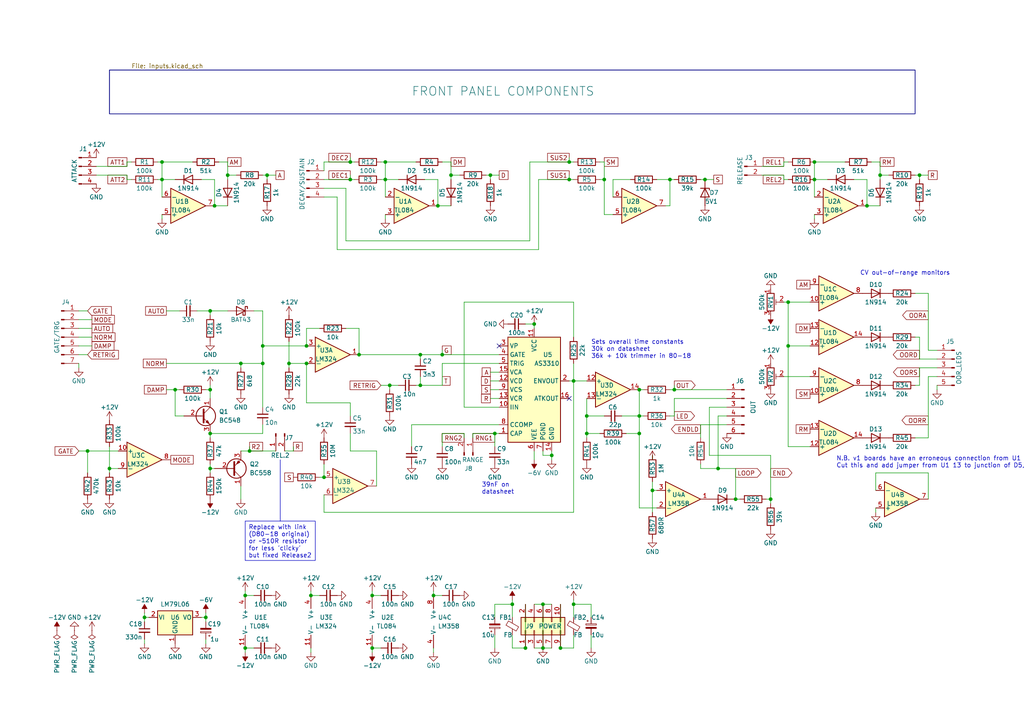
<source format=kicad_sch>
(kicad_sch (version 20230121) (generator eeschema)
  (paper "A4")
  (title_block (title "AS3310 VC ADSR based on Digisound 80-18") (comment 1 "Release2 time in Damped mode") (comment 2 "out-of-range LEDS to warn of overvoltage from combined inputs. Manual control of") (comment 3 "avoids D80-18 gate issues. 'End' output added with switch for looping ADR mode. Has") (comment 4 "Manual and external CV control of A, D, S & R via input buffers. Buffered gate input"))
  (lib_symbols
    (symbol "Amplifier_Operational:LM324" (pin_names (offset 0.127))
      (property "Reference" "U" (at 0 5.08 0))
      (property "Value" "LM324" (at 0 -5.08 0))
      (symbol "LM324_1_1"
        (pin output line (at 7.62 0 180) (length 2.54) (name "~") (number "1"))
        (pin input line (at -7.62 -2.54 0) (length 2.54) (name "-") (number "2"))
        (pin input line (at -7.62 2.54 0) (length 2.54) (name "+") (number "3"))
      )
      (symbol "LM324_2_1"
        (pin input line (at -7.62 2.54 0) (length 2.54) (name "+") (number "5"))
        (pin input line (at -7.62 -2.54 0) (length 2.54) (name "-") (number "6"))
        (pin output line (at 7.62 0 180) (length 2.54) (name "~") (number "7"))
      )
      (symbol "LM324_3_1"
        (pin input line (at -7.62 2.54 0) (length 2.54) (name "+") (number "10"))
        (pin output line (at 7.62 0 180) (length 2.54) (name "~") (number "8"))
        (pin input line (at -7.62 -2.54 0) (length 2.54) (name "-") (number "9"))
      )
      (symbol "LM324_4_1"
        (pin input line (at -7.62 2.54 0) (length 2.54) (name "+") (number "12"))
        (pin input line (at -7.62 -2.54 0) (length 2.54) (name "-") (number "13"))
        (pin output line (at 7.62 0 180) (length 2.54) (name "~") (number "14"))
      )
      (symbol "LM324_5_1"
        (pin power_in line (at -2.54 -7.62 90) (length 3.81) (name "V-") (number "11"))
        (pin power_in line (at -2.54 7.62 270) (length 3.81) (name "V+") (number "4"))
      )
    )
    (symbol "Amplifier_Operational:LM358" (pin_names (offset 0.127))
      (property "Reference" "U" (at 0 5.08 0))
      (property "Value" "LM358" (at 0 -5.08 0))
      (symbol "LM358_1_1"
        (pin output line (at 7.62 0 180) (length 2.54) (name "~") (number "1"))
        (pin input line (at -7.62 -2.54 0) (length 2.54) (name "-") (number "2"))
        (pin input line (at -7.62 2.54 0) (length 2.54) (name "+") (number "3"))
      )
      (symbol "LM358_2_1"
        (pin input line (at -7.62 2.54 0) (length 2.54) (name "+") (number "5"))
        (pin input line (at -7.62 -2.54 0) (length 2.54) (name "-") (number "6"))
        (pin output line (at 7.62 0 180) (length 2.54) (name "~") (number "7"))
      )
      (symbol "LM358_3_1"
        (pin power_in line (at -2.54 -7.62 90) (length 3.81) (name "V-") (number "4"))
        (pin power_in line (at -2.54 7.62 270) (length 3.81) (name "V+") (number "8"))
      )
    )
    (symbol "Amplifier_Operational:TL084" (pin_names (offset 0.127))
      (property "Reference" "U" (at 0 5.08 0))
      (property "Value" "TL084" (at 0 -5.08 0))
      (symbol "TL084_1_1"
        (pin output line (at 7.62 0 180) (length 2.54) (name "~") (number "1"))
        (pin input line (at -7.62 -2.54 0) (length 2.54) (name "-") (number "2"))
        (pin input line (at -7.62 2.54 0) (length 2.54) (name "+") (number "3"))
      )
      (symbol "TL084_2_1"
        (pin input line (at -7.62 2.54 0) (length 2.54) (name "+") (number "5"))
        (pin input line (at -7.62 -2.54 0) (length 2.54) (name "-") (number "6"))
        (pin output line (at 7.62 0 180) (length 2.54) (name "~") (number "7"))
      )
      (symbol "TL084_3_1"
        (pin input line (at -7.62 2.54 0) (length 2.54) (name "+") (number "10"))
        (pin output line (at 7.62 0 180) (length 2.54) (name "~") (number "8"))
        (pin input line (at -7.62 -2.54 0) (length 2.54) (name "-") (number "9"))
      )
      (symbol "TL084_4_1"
        (pin input line (at -7.62 2.54 0) (length 2.54) (name "+") (number "12"))
        (pin input line (at -7.62 -2.54 0) (length 2.54) (name "-") (number "13"))
        (pin output line (at 7.62 0 180) (length 2.54) (name "~") (number "14"))
      )
      (symbol "TL084_5_1"
        (pin power_in line (at -2.54 -7.62 90) (length 3.81) (name "V-") (number "11"))
        (pin power_in line (at -2.54 7.62 270) (length 3.81) (name "V+") (number "4"))
      )
    )
    (symbol "Audio:AS3310"
      (property "Reference" "U" (at -5.08 17.78 0))
      (property "Value" "AS3310" (at 5.08 17.78 0))
      (symbol "AS3310_1_1"
        (pin passive line (at -10.16 -12.7 0) (length 2.54) (name "CAP") (number "1"))
        (pin input line (at -10.16 -5.08 0) (length 2.54) (name "IIN") (number "10"))
        (pin power_in line (at 0 17.78 270) (length 2.54) (name "VCC") (number "11"))
        (pin input line (at -10.16 2.54 0) (length 2.54) (name "VCD") (number "12"))
        (pin input line (at -10.16 -2.54 0) (length 2.54) (name "VCR") (number "13"))
        (pin power_in line (at 5.08 -17.78 90) (length 2.54) (name "GND") (number "14"))
        (pin input line (at -10.16 5.08 0) (length 2.54) (name "VCA") (number "15"))
        (pin output line (at 10.16 -2.54 180) (length 2.54) (name "ATKOUT") (number "16"))
        (pin output line (at 10.16 2.54 180) (length 2.54) (name "ENVOUT") (number "2"))
        (pin input line (at -10.16 12.7 0) (length 2.54) (name "VP") (number "3"))
        (pin input line (at -10.16 10.16 0) (length 2.54) (name "GATE") (number "4"))
        (pin input line (at -10.16 7.62 0) (length 2.54) (name "TRIG") (number "5"))
        (pin power_in line (at 0 -17.78 90) (length 2.54) (name "VEE") (number "6"))
        (pin power_in line (at 2.54 -17.78 90) (length 2.54) (name "PGND") (number "7"))
        (pin passive line (at -10.16 -10.16 0) (length 2.54) (name "CCOMP") (number "8"))
        (pin input line (at -10.16 0 0) (length 2.54) (name "VCS") (number "9"))
      )
    )
    (symbol "CGE_symbols:LM79L06_TO92" (pin_names (offset 0.254))
      (property "Reference" "U" (at -3.81 -3.175 0))
      (property "Value" "LM79L06_TO92" (at 0 -3.175 0))
      (symbol "LM79L06_TO92_1_1"
        (pin power_in line (at 0 7.62 270) (length 2.54) (name "GND") (number "1"))
        (pin power_in line (at -7.62 0 0) (length 2.54) (name "VI") (number "2"))
        (pin power_out line (at 7.62 0 180) (length 2.54) (name "VO") (number "3"))
      )
    )
    (symbol "Connector:Conn_01x02_Pin" (pin_names (offset 1.016) hide)
      (property "Reference" "J" (at 0 2.54 0))
      (property "Value" "Conn_01x02_Pin" (at 0 -5.08 0))
      (symbol "Conn_01x02_Pin_1_1"
        (pin passive line (at 5.08 0 180) (length 3.81) (name "Pin_1") (number "1"))
        (pin passive line (at 5.08 -2.54 180) (length 3.81) (name "Pin_2") (number "2"))
      )
    )
    (symbol "Connector:Conn_01x04_Pin" (pin_names (offset 1.016) hide)
      (property "Reference" "J" (at 0 5.08 0))
      (property "Value" "Conn_01x04_Pin" (at 0 -7.62 0))
      (symbol "Conn_01x04_Pin_1_1"
        (pin passive line (at 5.08 2.54 180) (length 3.81) (name "Pin_1") (number "1"))
        (pin passive line (at 5.08 0 180) (length 3.81) (name "Pin_2") (number "2"))
        (pin passive line (at 5.08 -2.54 180) (length 3.81) (name "Pin_3") (number "3"))
        (pin passive line (at 5.08 -5.08 180) (length 3.81) (name "Pin_4") (number "4"))
      )
    )
    (symbol "Connector:Conn_01x05_Pin" (pin_names (offset 1.016) hide)
      (property "Reference" "J" (at 0 7.62 0))
      (property "Value" "Conn_01x05_Pin" (at 0 -7.62 0))
      (symbol "Conn_01x05_Pin_1_1"
        (pin passive line (at 5.08 5.08 180) (length 3.81) (name "Pin_1") (number "1"))
        (pin passive line (at 5.08 2.54 180) (length 3.81) (name "Pin_2") (number "2"))
        (pin passive line (at 5.08 0 180) (length 3.81) (name "Pin_3") (number "3"))
        (pin passive line (at 5.08 -2.54 180) (length 3.81) (name "Pin_4") (number "4"))
        (pin passive line (at 5.08 -5.08 180) (length 3.81) (name "Pin_5") (number "5"))
      )
    )
    (symbol "Connector:Conn_01x06_Pin" (pin_names (offset 1.016) hide)
      (property "Reference" "J" (at 0 7.62 0))
      (property "Value" "Conn_01x06_Pin" (at 0 -10.16 0))
      (symbol "Conn_01x06_Pin_1_1"
        (pin passive line (at 5.08 5.08 180) (length 3.81) (name "Pin_1") (number "1"))
        (pin passive line (at 5.08 2.54 180) (length 3.81) (name "Pin_2") (number "2"))
        (pin passive line (at 5.08 0 180) (length 3.81) (name "Pin_3") (number "3"))
        (pin passive line (at 5.08 -2.54 180) (length 3.81) (name "Pin_4") (number "4"))
        (pin passive line (at 5.08 -5.08 180) (length 3.81) (name "Pin_5") (number "5"))
        (pin passive line (at 5.08 -7.62 180) (length 3.81) (name "Pin_6") (number "6"))
      )
    )
    (symbol "Connector:Conn_01x07_Pin" (pin_names (offset 1.016) hide)
      (property "Reference" "J" (at 0 10.16 0))
      (property "Value" "Conn_01x07_Pin" (at 0 -10.16 0))
      (symbol "Conn_01x07_Pin_1_1"
        (pin passive line (at 5.08 7.62 180) (length 3.81) (name "Pin_1") (number "1"))
        (pin passive line (at 5.08 5.08 180) (length 3.81) (name "Pin_2") (number "2"))
        (pin passive line (at 5.08 2.54 180) (length 3.81) (name "Pin_3") (number "3"))
        (pin passive line (at 5.08 0 180) (length 3.81) (name "Pin_4") (number "4"))
        (pin passive line (at 5.08 -2.54 180) (length 3.81) (name "Pin_5") (number "5"))
        (pin passive line (at 5.08 -5.08 180) (length 3.81) (name "Pin_6") (number "6"))
        (pin passive line (at 5.08 -7.62 180) (length 3.81) (name "Pin_7") (number "7"))
      )
    )
    (symbol "Connector_Generic:Conn_02x05_Odd_Even" (pin_names (offset 1.016) hide)
      (property "Reference" "J" (at 1.27 7.62 0))
      (property "Value" "Conn_02x05_Odd_Even" (at 1.27 -7.62 0))
      (symbol "Conn_02x05_Odd_Even_1_1"
        (pin passive line (at -5.08 5.08 0) (length 3.81) (name "Pin_1") (number "1"))
        (pin passive line (at 7.62 -5.08 180) (length 3.81) (name "Pin_10") (number "10"))
        (pin passive line (at 7.62 5.08 180) (length 3.81) (name "Pin_2") (number "2"))
        (pin passive line (at -5.08 2.54 0) (length 3.81) (name "Pin_3") (number "3"))
        (pin passive line (at 7.62 2.54 180) (length 3.81) (name "Pin_4") (number "4"))
        (pin passive line (at -5.08 0 0) (length 3.81) (name "Pin_5") (number "5"))
        (pin passive line (at 7.62 0 180) (length 3.81) (name "Pin_6") (number "6"))
        (pin passive line (at -5.08 -2.54 0) (length 3.81) (name "Pin_7") (number "7"))
        (pin passive line (at 7.62 -2.54 180) (length 3.81) (name "Pin_8") (number "8"))
        (pin passive line (at -5.08 -5.08 0) (length 3.81) (name "Pin_9") (number "9"))
      )
    )
    (symbol "Device:C_Polarized_Small" (pin_numbers hide) (pin_names (offset 0.254) hide)
      (property "Reference" "C" (at 0.254 1.778 0))
      (property "Value" "C_Polarized_Small" (at 0.254 -2.032 0))
      (symbol "C_Polarized_Small_1_1"
        (pin passive line (at 0 2.54 270) (length 1.8542) (name "~") (number "1"))
        (pin passive line (at 0 -2.54 90) (length 1.8542) (name "~") (number "2"))
      )
    )
    (symbol "Device:C_Small" (pin_numbers hide) (pin_names (offset 0.254) hide)
      (property "Reference" "C" (at 0.254 1.778 0))
      (property "Value" "C_Small" (at 0.254 -2.032 0))
      (symbol "C_Small_1_1"
        (pin passive line (at 0 2.54 270) (length 2.032) (name "~") (number "1"))
        (pin passive line (at 0 -2.54 90) (length 2.032) (name "~") (number "2"))
      )
    )
    (symbol "Device:D_Zener" (pin_numbers hide) (pin_names (offset 1.016) hide)
      (property "Reference" "D" (at 0 2.54 0))
      (property "Value" "D_Zener" (at 0 -2.54 0))
      (symbol "D_Zener_1_1"
        (pin passive line (at -3.81 0 0) (length 2.54) (name "K") (number "1"))
        (pin passive line (at 3.81 0 180) (length 2.54) (name "A") (number "2"))
      )
    )
    (symbol "Device:FerriteBead_Small" (pin_numbers hide) (pin_names (offset 0))
      (property "Reference" "FB" (at 1.905 1.27 0))
      (property "Value" "FerriteBead_Small" (at 1.905 -1.27 0))
      (symbol "FerriteBead_Small_1_1"
        (pin passive line (at 0 2.54 270) (length 1.27) (name "~") (number "1"))
        (pin passive line (at 0 -2.54 90) (length 1.27) (name "~") (number "2"))
      )
    )
    (symbol "Device:R" (pin_numbers hide) (pin_names (offset 0))
      (property "Reference" "R" (at 2.032 0 90))
      (property "Value" "R" (at 0 0 90))
      (symbol "R_1_1"
        (pin passive line (at 0 3.81 270) (length 1.27) (name "~") (number "1"))
        (pin passive line (at 0 -3.81 90) (length 1.27) (name "~") (number "2"))
      )
    )
    (symbol "Device:R_Potentiometer_Trim" (pin_names (offset 1.016) hide)
      (property "Reference" "RV" (at -4.445 0 90))
      (property "Value" "R_Potentiometer_Trim" (at -2.54 0 90))
      (symbol "R_Potentiometer_Trim_1_1"
        (pin passive line (at 0 3.81 270) (length 1.27) (name "1") (number "1"))
        (pin passive line (at 3.81 0 180) (length 1.27) (name "2") (number "2"))
        (pin passive line (at 0 -3.81 90) (length 1.27) (name "3") (number "3"))
      )
    )
    (symbol "Diode:1N914" (pin_numbers hide) (pin_names hide)
      (property "Reference" "D" (at 0 2.54 0))
      (property "Value" "1N914" (at 0 -2.54 0))
      (symbol "1N914_1_1"
        (pin passive line (at -3.81 0 0) (length 2.54) (name "K") (number "1"))
        (pin passive line (at 3.81 0 180) (length 2.54) (name "A") (number "2"))
      )
    )
    (symbol "Diode:BAT43" (pin_numbers hide) (pin_names (offset 1.016) hide)
      (property "Reference" "D" (at 0 2.54 0))
      (property "Value" "BAT43" (at 0 -2.54 0))
      (symbol "BAT43_1_1"
        (pin passive line (at -3.81 0 0) (length 2.54) (name "K") (number "1"))
        (pin passive line (at 3.81 0 180) (length 2.54) (name "A") (number "2"))
      )
    )
    (symbol "Transistor_BJT:BC548" (pin_names (offset 0) hide)
      (property "Reference" "Q" (at 5.08 1.905 0))
      (property "Value" "BC548" (at 5.08 0 0))
      (symbol "BC548_1_1"
        (pin passive line (at 2.54 5.08 270) (length 2.54) (name "C") (number "1"))
        (pin input line (at -5.08 0 0) (length 5.08) (name "B") (number "2"))
        (pin passive line (at 2.54 -5.08 90) (length 2.54) (name "E") (number "3"))
      )
    )
    (symbol "Transistor_BJT:BC558" (pin_names (offset 0) hide)
      (property "Reference" "Q" (at 5.08 1.905 0))
      (property "Value" "BC558" (at 5.08 0 0))
      (symbol "BC558_1_1"
        (pin passive line (at 2.54 5.08 270) (length 2.54) (name "C") (number "1"))
        (pin input line (at -5.08 0 0) (length 5.715) (name "B") (number "2"))
        (pin passive line (at 2.54 -5.08 90) (length 2.54) (name "E") (number "3"))
      )
    )
    (symbol "power:+12V" (power) (pin_names (offset 0))
      (property "Value" "+12V" (at 0 3.556 0))
      (symbol "+12V_1_1"
        (pin power_in line (at 0 0 90) (length 0) hide (name "+12V") (number "1"))
      )
    )
    (symbol "power:-12V" (power) (pin_names (offset 0))
      (property "Value" "-12V" (at 0 3.81 0))
      (symbol "-12V_0_0"
        (pin power_in line (at 0 0 90) (length 0) hide (name "-12V") (number "1"))
      )
    )
    (symbol "power:-6V" (power) (pin_names (offset 0))
      (property "Value" "-6V" (at 0 3.81 0))
      (symbol "-6V_0_0"
        (pin power_in line (at 0 0 90) (length 0) hide (name "-6V") (number "1"))
      )
    )
    (symbol "power:GND" (power) (pin_names (offset 0))
      (property "Value" "GND" (at 0 -3.81 0))
      (symbol "GND_1_1"
        (pin power_in line (at 0 0 270) (length 0) hide (name "GND") (number "1"))
      )
    )
    (symbol "power:PWR_FLAG" (power) (pin_numbers hide) (pin_names (offset 0) hide)
      (property "Value" "PWR_FLAG" (at 0 3.81 0))
      (symbol "PWR_FLAG_0_0"
        (pin power_out line (at 0 0 90) (length 0) (name "pwr") (number "1"))
      )
    )
  )
  (junction (at 71.12 187.96))
  (junction (at 101.6 52.07))
  (junction (at 194.31 52.07))
  (junction (at 165.1 52.07))
  (junction (at 142.24 50.8))
  (junction (at 251.46 59.69))
  (junction (at 185.42 125.73))
  (junction (at 152.4 187.96))
  (junction (at 175.26 52.07))
  (junction (at 60.96 125.73))
  (junction (at 185.42 120.65))
  (junction (at 204.47 52.07))
  (junction (at 121.92 102.87))
  (junction (at 107.95 172.72))
  (junction (at 113.03 111.76))
  (junction (at 88.9 105.41))
  (junction (at 148.59 175.26))
  (junction (at 41.91 179.07))
  (junction (at 101.6 46.99))
  (junction (at 128.27 102.87))
  (junction (at 189.23 142.24))
  (junction (at 69.85 105.41))
  (junction (at 228.6 87.63))
  (junction (at 166.37 175.26))
  (junction (at 46.99 46.99))
  (junction (at 83.82 105.41))
  (junction (at 157.48 175.26))
  (junction (at 195.58 113.03))
  (junction (at 62.23 59.69))
  (junction (at 154.94 93.98))
  (junction (at 88.9 100.33))
  (junction (at 165.1 46.99))
  (junction (at 93.98 138.43))
  (junction (at 31.75 135.89))
  (junction (at 127 59.69))
  (junction (at 121.92 111.76))
  (junction (at 130.81 50.8))
  (junction (at 71.12 172.72))
  (junction (at 170.18 125.73))
  (junction (at 125.73 172.72))
  (junction (at 60.96 90.17))
  (junction (at 72.39 130.81))
  (junction (at 157.48 187.96))
  (junction (at 59.69 179.07))
  (junction (at 228.6 100.33))
  (junction (at 236.22 46.99))
  (junction (at 208.28 135.89))
  (junction (at 60.96 113.03))
  (junction (at 60.96 135.89))
  (junction (at 76.2 100.33))
  (junction (at 162.56 187.96))
  (junction (at 166.37 110.49))
  (junction (at 223.52 144.78))
  (junction (at 185.42 113.03))
  (junction (at 236.22 52.07))
  (junction (at 76.2 105.41))
  (junction (at 266.7 50.8))
  (junction (at 143.51 125.73))
  (junction (at 66.04 50.8))
  (junction (at 255.27 50.8))
  (junction (at 90.17 172.72))
  (junction (at 104.14 102.87))
  (junction (at 107.95 187.96))
  (junction (at 111.76 46.99))
  (junction (at 46.99 52.07))
  (junction (at 170.18 120.65))
  (junction (at 25.4 130.81))
  (junction (at 77.47 50.8))
  (junction (at 160.02 132.08))
  (junction (at 50.8 113.03))
  (junction (at 111.76 52.07))
  (junction (at 213.36 144.78))
  (no_connect (at 144.78 100.33))
  (no_connect (at 165.1 115.57))
  (wire (pts (xy 173.99 125.73) (xy 170.18 125.73)))
  (wire (pts (xy 166.37 87.63) (xy 134.62 87.63)))
  (wire (pts (xy 22.86 90.17) (xy 25.4 90.17)))
  (wire (pts (xy 69.85 144.78) (xy 69.85 140.97)))
  (wire (pts (xy 100.33 54.61) (xy 100.33 69.85)))
  (wire (pts (xy 26.67 95.25) (xy 22.86 95.25)))
  (wire (pts (xy 152.4 93.98) (xy 154.94 93.98)))
  (wire (pts (xy 154.94 130.81) (xy 154.94 133.35)))
  (wire (pts (xy 90.17 189.23) (xy 90.17 187.96)))
  (wire (pts (xy 59.69 179.07) (xy 59.69 180.34)))
  (wire (pts (xy 153.67 46.99) (xy 165.1 46.99)))
  (wire (pts (xy 71.12 189.23) (xy 71.12 187.96)))
  (wire (pts (xy 111.76 46.99) (xy 111.76 52.07)))
  (wire (pts (xy 175.26 62.23) (xy 175.26 52.07)))
  (wire (pts (xy 125.73 172.72) (xy 128.27 172.72)))
  (wire (pts (xy 165.1 110.49) (xy 166.37 110.49)))
  (wire (pts (xy 195.58 115.57) (xy 210.82 115.57)))
  (wire (pts (xy 77.47 50.8) (xy 80.01 50.8)))
  (wire (pts (xy 121.92 102.87) (xy 128.27 102.87)))
  (wire (pts (xy 203.2 123.19) (xy 203.2 127)))
  (wire (pts (xy 254 137.16) (xy 269.24 137.16)))
  (wire (pts (xy 171.45 175.26) (xy 171.45 179.07)))
  (wire (pts (xy 142.24 107.95) (xy 144.78 107.95)))
  (wire (pts (xy 50.8 120.65) (xy 53.34 120.65)))
  (wire (pts (xy 166.37 105.41) (xy 166.37 110.49)))
  (wire (pts (xy 160.02 132.08) (xy 160.02 133.35)))
  (wire (pts (xy 148.59 187.96) (xy 152.4 187.96)))
  (wire (pts (xy 104.14 95.25) (xy 104.14 102.87)))
  (wire (pts (xy 185.42 125.73) (xy 185.42 147.32)))
  (wire (pts (xy 236.22 52.07) (xy 240.03 52.07)))
  (wire (pts (xy 227.33 48.26) (xy 227.33 46.99)))
  (wire (pts (xy 111.76 52.07) (xy 115.57 52.07)))
  (wire (pts (xy 107.95 171.45) (xy 107.95 172.72)))
  (wire (pts (xy 26.67 100.33) (xy 22.86 100.33)))
  (wire (pts (xy 104.14 102.87) (xy 121.92 102.87)))
  (wire (pts (xy 60.96 135.89) (xy 60.96 137.16)))
  (wire (pts (xy 85.09 130.81) (xy 82.55 130.81)))
  (wire (pts (xy 71.12 187.96) (xy 73.66 187.96)))
  (wire (pts (xy 189.23 142.24) (xy 190.5 142.24)))
  (wire (pts (xy 269.24 50.8) (xy 266.7 50.8)))
  (wire (pts (xy 119.38 123.19) (xy 144.78 123.19)))
  (wire (pts (xy 220.98 50.8) (xy 227.33 50.8)))
  (wire (pts (xy 269.24 85.09) (xy 269.24 101.6)))
  (wire (pts (xy 204.47 52.07) (xy 207.01 52.07)))
  (wire (pts (xy 128.27 125.73) (xy 128.27 129.54)))
  (wire (pts (xy 166.37 187.96) (xy 162.56 187.96)))
  (wire (pts (xy 210.82 118.11) (xy 205.74 118.11)))
  (wire (pts (xy 170.18 120.65) (xy 170.18 115.57)))
  (wire (pts (xy 205.74 132.08) (xy 223.52 132.08)))
  (wire (pts (xy 234.95 100.33) (xy 228.6 100.33)))
  (wire (pts (xy 36.83 46.99) (xy 38.1 46.99)))
  (wire (pts (xy 181.61 125.73) (xy 185.42 125.73)))
  (wire (pts (xy 153.67 69.85) (xy 153.67 46.99)))
  (wire (pts (xy 107.95 189.23) (xy 107.95 187.96)))
  (wire (pts (xy 59.69 179.07) (xy 58.42 179.07)))
  (wire (pts (xy 143.51 175.26) (xy 148.59 175.26)))
  (wire (pts (xy 100.33 69.85) (xy 153.67 69.85)))
  (wire (pts (xy 130.81 50.8) (xy 133.35 50.8)))
  (wire (pts (xy 125.73 189.23) (xy 125.73 187.96)))
  (wire (pts (xy 125.73 171.45) (xy 125.73 172.72)))
  (wire (pts (xy 189.23 133.35) (xy 189.23 132.08)))
  (wire (pts (xy 193.04 59.69) (xy 194.31 59.69)))
  (wire (pts (xy 189.23 139.7) (xy 189.23 142.24)))
  (wire (pts (xy 142.24 50.8) (xy 144.78 50.8)))
  (wire (pts (xy 62.23 52.07) (xy 62.23 59.69)))
  (wire (pts (xy 134.62 118.11) (xy 144.78 118.11)))
  (wire (pts (xy 46.99 52.07) (xy 46.99 57.15)))
  (wire (pts (xy 160.02 132.08) (xy 160.02 130.81)))
  (wire (pts (xy 107.95 172.72) (xy 110.49 172.72)))
  (wire (pts (xy 252.73 46.99) (xy 255.27 46.99)))
  (wire (pts (xy 190.5 52.07) (xy 194.31 52.07)))
  (wire (pts (xy 143.51 125.73) (xy 143.51 129.54)))
  (wire (pts (xy 85.09 129.54) (xy 85.09 130.81)))
  (wire (pts (xy 266.7 111.76) (xy 265.43 111.76)))
  (wire (pts (xy 45.72 46.99) (xy 46.99 46.99)))
  (wire (pts (xy 185.42 125.73) (xy 185.42 120.65)))
  (wire (pts (xy 223.52 132.08) (xy 223.52 144.78)))
  (wire (pts (xy 128.27 105.41) (xy 128.27 111.76)))
  (wire (pts (xy 90.17 172.72) (xy 92.71 172.72)))
  (wire (pts (xy 107.95 187.96) (xy 110.49 187.96)))
  (wire (pts (xy 52.07 113.03) (xy 50.8 113.03)))
  (wire (pts (xy 255.27 50.8) (xy 255.27 52.07)))
  (wire (pts (xy 228.6 87.63) (xy 234.95 87.63)))
  (wire (pts (xy 166.37 179.07) (xy 166.37 175.26)))
  (wire (pts (xy 220.98 48.26) (xy 227.33 48.26)))
  (wire (pts (xy 71.12 172.72) (xy 73.66 172.72)))
  (wire (pts (xy 88.9 105.41) (xy 88.9 116.84)))
  (wire (pts (xy 76.2 90.17) (xy 76.2 100.33)))
  (wire (pts (xy 60.96 113.03) (xy 60.96 115.57)))
  (wire (pts (xy 83.82 99.06) (xy 83.82 105.41)))
  (wire (pts (xy 27.94 48.26) (xy 36.83 48.26)))
  (wire (pts (xy 227.33 50.8) (xy 227.33 52.07)))
  (wire (pts (xy 101.6 46.99) (xy 102.87 46.99)))
  (wire (pts (xy 72.39 129.54) (xy 72.39 130.81)))
  (wire (pts (xy 148.59 173.99) (xy 148.59 175.26)))
  (wire (pts (xy 165.1 46.99) (xy 166.37 46.99)))
  (wire (pts (xy 48.26 90.17) (xy 52.07 90.17)))
  (wire (pts (xy 236.22 52.07) (xy 236.22 57.15)))
  (wire (pts (xy 66.04 46.99) (xy 66.04 50.8)))
  (wire (pts (xy 130.81 50.8) (xy 130.81 52.07)))
  (wire (pts (xy 269.24 85.09) (xy 265.43 85.09)))
  (wire (pts (xy 31.75 135.89) (xy 31.75 137.16)))
  (wire (pts (xy 166.37 175.26) (xy 171.45 175.26)))
  (wire (pts (xy 194.31 52.07) (xy 194.31 59.69)))
  (wire (pts (xy 190.5 147.32) (xy 185.42 147.32)))
  (wire (pts (xy 93.98 54.61) (xy 100.33 54.61)))
  (wire (pts (xy 121.92 111.76) (xy 128.27 111.76)))
  (wire (pts (xy 128.27 102.87) (xy 144.78 102.87)))
  (wire (pts (xy 137.16 127) (xy 137.16 125.73)))
  (wire (pts (xy 227.33 87.63) (xy 228.6 87.63)))
  (wire (pts (xy 177.8 52.07) (xy 182.88 52.07)))
  (wire (pts (xy 143.51 184.15) (xy 143.51 187.96)))
  (wire (pts (xy 58.42 52.07) (xy 62.23 52.07)))
  (wire (pts (xy 97.79 57.15) (xy 97.79 72.39)))
  (wire (pts (xy 66.04 50.8) (xy 68.58 50.8)))
  (wire (pts (xy 208.28 135.89) (xy 203.2 135.89)))
  (wire (pts (xy 194.31 52.07) (xy 195.58 52.07)))
  (wire (pts (xy 210.82 120.65) (xy 208.28 120.65)))
  (wire (pts (xy 142.24 50.8) (xy 142.24 52.07)))
  (wire (pts (xy 156.21 72.39) (xy 156.21 52.07)))
  (wire (pts (xy 22.86 92.71) (xy 26.67 92.71)))
  (wire (pts (xy 165.1 52.07) (xy 166.37 52.07)))
  (wire (pts (xy 271.78 113.03) (xy 271.78 111.76)))
  (wire (pts (xy 101.6 130.81) (xy 109.22 130.81)))
  (wire (pts (xy 175.26 62.23) (xy 177.8 62.23)))
  (wire (pts (xy 203.2 52.07) (xy 204.47 52.07)))
  (wire (pts (xy 46.99 46.99) (xy 46.99 52.07)))
  (wire (pts (xy 83.82 105.41) (xy 88.9 105.41)))
  (wire (pts (xy 111.76 52.07) (xy 111.76 57.15)))
  (wire (pts (xy 245.11 46.99) (xy 236.22 46.99)))
  (wire (pts (xy 166.37 184.15) (xy 166.37 187.96)))
  (wire (pts (xy 142.24 113.03) (xy 144.78 113.03)))
  (wire (pts (xy 266.7 106.68) (xy 266.7 111.76)))
  (wire (pts (xy 173.99 46.99) (xy 175.26 46.99)))
  (wire (pts (xy 62.23 59.69) (xy 66.04 59.69)))
  (wire (pts (xy 93.98 46.99) (xy 93.98 49.53)))
  (wire (pts (xy 195.58 113.03) (xy 210.82 113.03)))
  (wire (pts (xy 90.17 171.45) (xy 90.17 172.72)))
  (wire (pts (xy 101.6 116.84) (xy 101.6 120.65)))
  (wire (pts (xy 57.15 90.17) (xy 60.96 90.17)))
  (wire (pts (xy 166.37 110.49) (xy 170.18 110.49)))
  (wire (pts (xy 177.8 57.15) (xy 177.8 52.07)))
  (wire (pts (xy 266.7 97.79) (xy 265.43 97.79)))
  (wire (pts (xy 166.37 173.99) (xy 166.37 175.26)))
  (wire (pts (xy 173.99 52.07) (xy 175.26 52.07)))
  (wire (pts (xy 165.1 45.72) (xy 165.1 46.99)))
  (wire (pts (xy 130.81 46.99) (xy 130.81 50.8)))
  (wire (pts (xy 255.27 50.8) (xy 257.81 50.8)))
  (wire (pts (xy 45.72 52.07) (xy 46.99 52.07)))
  (wire (pts (xy 120.65 46.99) (xy 111.76 46.99)))
  (wire (pts (xy 142.24 115.57) (xy 144.78 115.57)))
  (wire (pts (xy 41.91 179.07) (xy 43.18 179.07)))
  (wire (pts (xy 80.01 130.81) (xy 72.39 130.81)))
  (wire (pts (xy 76.2 50.8) (xy 77.47 50.8)))
  (wire (pts (xy 127 59.69) (xy 130.81 59.69)))
  (wire (pts (xy 128.27 101.6) (xy 128.27 102.87)))
  (wire (pts (xy 71.12 171.45) (xy 71.12 172.72)))
  (wire (pts (xy 101.6 125.73) (xy 101.6 130.81)))
  (wire (pts (xy 111.76 62.23) (xy 111.76 63.5)))
  (wire (pts (xy 25.4 102.87) (xy 22.86 102.87)))
  (wire (pts (xy 222.25 144.78) (xy 223.52 144.78)))
  (wire (pts (xy 76.2 90.17) (xy 73.66 90.17)))
  (wire (pts (xy 110.49 46.99) (xy 111.76 46.99)))
  (wire (pts (xy 269.24 137.16) (xy 269.24 144.78)))
  (wire (pts (xy 265.43 50.8) (xy 266.7 50.8)))
  (wire (pts (xy 271.78 101.6) (xy 269.24 101.6)))
  (wire (pts (xy 170.18 125.73) (xy 170.18 120.65)))
  (wire (pts (xy 142.24 110.49) (xy 144.78 110.49)))
  (wire (pts (xy 148.59 184.15) (xy 148.59 187.96)))
  (wire (pts (xy 166.37 110.49) (xy 166.37 148.59)))
  (wire (pts (xy 36.83 48.26) (xy 36.83 46.99)))
  (wire (pts (xy 271.78 104.14) (xy 266.7 104.14)))
  (wire (pts (xy 101.6 46.99) (xy 101.6 45.72)))
  (wire (pts (xy 48.26 105.41) (xy 69.85 105.41)))
  (wire (pts (xy 27.94 50.8) (xy 36.83 50.8)))
  (wire (pts (xy 25.4 137.16) (xy 25.4 130.81)))
  (wire (pts (xy 113.03 111.76) (xy 115.57 111.76)))
  (wire (pts (xy 175.26 46.99) (xy 175.26 52.07)))
  (wire (pts (xy 154.94 175.26) (xy 157.48 175.26)))
  (wire (pts (xy 195.58 113.03) (xy 194.31 113.03)))
  (wire (pts (xy 157.48 175.26) (xy 157.48 187.96)))
  (wire (pts (xy 213.36 144.78) (xy 214.63 144.78)))
  (wire (pts (xy 171.45 184.15) (xy 171.45 187.96)))
  (wire (pts (xy 254 148.59) (xy 254 147.32)))
  (wire (pts (xy 63.5 46.99) (xy 66.04 46.99)))
  (wire (pts (xy 76.2 100.33) (xy 76.2 105.41)))
  (wire (pts (xy 195.58 115.57) (xy 195.58 120.65)))
  (wire (pts (xy 72.39 130.81) (xy 69.85 130.81)))
  (wire (pts (xy 77.47 50.8) (xy 77.47 52.07)))
  (wire (pts (xy 46.99 62.23) (xy 46.99 63.5)))
  (wire (pts (xy 60.96 125.73) (xy 60.96 127)))
  (wire (pts (xy 213.36 135.89) (xy 208.28 135.89)))
  (wire (pts (xy 266.7 106.68) (xy 271.78 106.68)))
  (wire (pts (xy 93.98 148.59) (xy 166.37 148.59)))
  (wire (pts (xy 154.94 93.98) (xy 154.94 95.25)))
  (wire (pts (xy 97.79 72.39) (xy 156.21 72.39)))
  (wire (pts (xy 31.75 129.54) (xy 31.75 135.89)))
  (wire (pts (xy 157.48 132.08) (xy 157.48 130.81)))
  (wire (pts (xy 269.24 109.22) (xy 269.24 127)))
  (wire (pts (xy 203.2 135.89) (xy 203.2 134.62)))
  (wire (pts (xy 170.18 120.65) (xy 175.26 120.65)))
  (wire (pts (xy 93.98 134.62) (xy 93.98 138.43)))
  (wire (pts (xy 223.52 144.78) (xy 223.52 146.05)))
  (wire (pts (xy 247.65 52.07) (xy 251.46 52.07)))
  (wire (pts (xy 76.2 100.33) (xy 88.9 100.33)))
  (wire (pts (xy 144.78 125.73) (xy 143.51 125.73)))
  (wire (pts (xy 208.28 120.65) (xy 208.28 135.89)))
  (wire (pts (xy 93.98 52.07) (xy 101.6 52.07)))
  (wire (pts (xy 76.2 125.73) (xy 60.96 125.73)))
  (wire (pts (xy 110.49 52.07) (xy 111.76 52.07)))
  (wire (pts (xy 185.42 113.03) (xy 186.69 113.03)))
  (wire (pts (xy 228.6 87.63) (xy 228.6 100.33)))
  (wire (pts (xy 228.6 100.33) (xy 228.6 129.54)))
  (wire (pts (xy 123.19 52.07) (xy 127 52.07)))
  (wire (pts (xy 46.99 52.07) (xy 50.8 52.07)))
  (wire (pts (xy 271.78 109.22) (xy 269.24 109.22)))
  (wire (pts (xy 236.22 46.99) (xy 236.22 52.07)))
  (wire (pts (xy 189.23 142.24) (xy 189.23 148.59)))
  (wire (pts (xy 162.56 175.26) (xy 162.56 187.96)))
  (wire (pts (xy 36.83 52.07) (xy 38.1 52.07)))
  (wire (pts (xy 195.58 111.76) (xy 195.58 113.03)))
  (wire (pts (xy 134.62 125.73) (xy 128.27 125.73)))
  (wire (pts (xy 104.14 95.25) (xy 100.33 95.25)))
  (wire (pts (xy 137.16 125.73) (xy 143.51 125.73)))
  (wire (pts (xy 255.27 46.99) (xy 255.27 50.8)))
  (wire (pts (xy 36.83 50.8) (xy 36.83 52.07)))
  (wire (pts (xy 154.94 187.96) (xy 157.48 187.96)))
  (wire (pts (xy 60.96 91.44) (xy 60.96 90.17)))
  (wire (pts (xy 266.7 97.79) (xy 266.7 104.14)))
  (wire (pts (xy 48.26 113.03) (xy 50.8 113.03)))
  (wire (pts (xy 120.65 111.76) (xy 121.92 111.76)))
  (wire (pts (xy 213.36 135.89) (xy 213.36 144.78)))
  (wire (pts (xy 109.22 130.81) (xy 109.22 140.97)))
  (wire (pts (xy 50.8 113.03) (xy 50.8 120.65)))
  (wire (pts (xy 134.62 127) (xy 134.62 125.73)))
  (wire (pts (xy 92.71 138.43) (xy 93.98 138.43)))
  (wire (pts (xy 25.4 130.81) (xy 34.29 130.81)))
  (wire (pts (xy 93.98 46.99) (xy 101.6 46.99)))
  (wire (pts (xy 22.86 106.68) (xy 22.86 105.41)))
  (wire (pts (xy 128.27 46.99) (xy 130.81 46.99)))
  (wire (pts (xy 69.85 105.41) (xy 76.2 105.41)))
  (wire (pts (xy 127 52.07) (xy 127 59.69)))
  (polyline (pts (xy 81.28 133.35) (xy 81.28 151.13)))
  (wire (pts (xy 60.96 135.89) (xy 62.23 135.89)))
  (wire (pts (xy 93.98 148.59) (xy 93.98 143.51)))
  (wire (pts (xy 143.51 179.07) (xy 143.51 175.26)))
  (wire (pts (xy 166.37 97.79) (xy 166.37 87.63)))
  (wire (pts (xy 41.91 180.34) (xy 41.91 179.07)))
  (wire (pts (xy 110.49 111.76) (xy 113.03 111.76)))
  (wire (pts (xy 59.69 113.03) (xy 60.96 113.03)))
  (wire (pts (xy 69.85 106.68) (xy 69.85 105.41)))
  (wire (pts (xy 254 142.24) (xy 254 137.16)))
  (wire (pts (xy 157.48 175.26) (xy 160.02 175.26)))
  (wire (pts (xy 227.33 52.07) (xy 228.6 52.07)))
  (wire (pts (xy 41.91 186.69) (xy 41.91 185.42)))
  (wire (pts (xy 228.6 129.54) (xy 234.95 129.54)))
  (wire (pts (xy 186.69 120.65) (xy 185.42 120.65)))
  (wire (pts (xy 55.88 46.99) (xy 46.99 46.99)))
  (wire (pts (xy 60.96 134.62) (xy 60.96 135.89)))
  (wire (pts (xy 205.74 118.11) (xy 205.74 132.08)))
  (wire (pts (xy 59.69 186.69) (xy 59.69 185.42)))
  (wire (pts (xy 22.86 130.81) (xy 25.4 130.81)))
  (wire (pts (xy 185.42 120.65) (xy 185.42 113.03)))
  (wire (pts (xy 113.03 111.76) (xy 113.03 113.03)))
  (wire (pts (xy 160.02 132.08) (xy 157.48 132.08)))
  (wire (pts (xy 101.6 50.8) (xy 101.6 52.07)))
  (wire (pts (xy 60.96 90.17) (xy 66.04 90.17)))
  (wire (pts (xy 180.34 120.65) (xy 185.42 120.65)))
  (wire (pts (xy 157.48 187.96) (xy 160.02 187.96)))
  (wire (pts (xy 93.98 57.15) (xy 97.79 57.15)))
  (wire (pts (xy 152.4 175.26) (xy 152.4 187.96)))
  (wire (pts (xy 251.46 52.07) (xy 251.46 59.69)))
  (wire (pts (xy 121.92 104.14) (xy 121.92 102.87)))
  (wire (pts (xy 156.21 52.07) (xy 165.1 52.07)))
  (wire (pts (xy 31.75 135.89) (xy 34.29 135.89)))
  (wire (pts (xy 101.6 52.07) (xy 102.87 52.07)))
  (wire (pts (xy 266.7 50.8) (xy 266.7 52.07)))
  (wire (pts (xy 165.1 50.8) (xy 165.1 52.07)))
  (wire (pts (xy 76.2 123.19) (xy 76.2 125.73)))
  (wire (pts (xy 251.46 59.69) (xy 255.27 59.69)))
  (wire (pts (xy 92.71 95.25) (xy 88.9 95.25)))
  (wire (pts (xy 140.97 50.8) (xy 142.24 50.8)))
  (wire (pts (xy 41.91 177.8) (xy 41.91 179.07)))
  (wire (pts (xy 59.69 177.8) (xy 59.69 179.07)))
  (wire (pts (xy 76.2 105.41) (xy 76.2 118.11)))
  (wire (pts (xy 121.92 109.22) (xy 121.92 111.76)))
  (wire (pts (xy 210.82 123.19) (xy 203.2 123.19)))
  (wire (pts (xy 88.9 95.25) (xy 88.9 100.33)))
  (wire (pts (xy 269.24 127) (xy 265.43 127)))
  (wire (pts (xy 60.96 111.76) (xy 60.96 113.03)))
  (wire (pts (xy 227.33 46.99) (xy 228.6 46.99)))
  (wire (pts (xy 134.62 87.63) (xy 134.62 118.11)))
  (wire (pts (xy 66.04 50.8) (xy 66.04 52.07)))
  (wire (pts (xy 227.33 109.22) (xy 234.95 109.22)))
  (wire (pts (xy 88.9 116.84) (xy 101.6 116.84)))
  (wire (pts (xy 83.82 105.41) (xy 83.82 106.68)))
  (wire (pts (xy 148.59 175.26) (xy 148.59 179.07)))
  (wire (pts (xy 144.78 105.41) (xy 128.27 105.41)))
  (wire (pts (xy 195.58 120.65) (xy 194.31 120.65)))
  (wire (pts (xy 236.22 62.23) (xy 236.22 63.5)))
  (wire (pts (xy 119.38 123.19) (xy 119.38 129.54)))
  (wire (pts (xy 26.67 97.79) (xy 22.86 97.79)))
  (wire (pts (xy 170.18 127) (xy 170.18 125.73)))
  (text_box "Replace with link\n(D80-18 original)\nor ~510R resistor\nfor less 'clicky'\nbut fixed Release2" (at 71.12 151.13 0) (size 20.32 11.43) (effects (font (size 1.27 1.27)) (justify left top)))
  (text "N.B. v1 boards have an erroneous connection from U1 pin 13 to U2 pin 10.\nCut this and add jumper from U1 13 to junction of D5, R4 & R9." (at 242.57 135.89 0) (effects (font (size 1.27 1.27)) (justify left bottom)))
  (text "Sets overall time constants\n30k on datasheet\n36k + 10k trimmer in 80-18" (at 171.45 104.14 0) (effects (font (size 1.27 1.27)) (justify left bottom)))
  (text "CV out-of-range monitors" (at 275.59 80.01 0) (effects (font (size 1.27 1.27)) (justify right bottom)))
  (text "39nF on\ndatasheet" (at 139.7 143.51 0) (effects (font (size 1.27 1.27)) (justify left bottom)))
  (global_label "RETRIG" (shape input) (at 110.49 111.76 180) (property "Intersheetrefs" "${INTERSHEET_REFS}" (effects hide)))
  (global_label "R2" (shape passive) (at 72.39 129.54 0) (property "Intersheetrefs" "${INTERSHEET_REFS}" (effects hide)))
  (global_label "G" (shape passive) (at 128.27 101.6 0) (property "Intersheetrefs" "${INTERSHEET_REFS}" (effects hide)))
  (global_label "D" (shape passive) (at 144.78 50.8 0) (property "Intersheetrefs" "${INTERSHEET_REFS}" (effects hide)))
  (global_label "S" (shape passive) (at 142.24 113.03 180) (property "Intersheetrefs" "${INTERSHEET_REFS}" (effects hide)))
  (global_label "SUS2" (shape passive) (at 165.1 45.72 180) (property "Intersheetrefs" "${INTERSHEET_REFS}" (effects hide)))
  (global_label "GATE" (shape input) (at 22.86 130.81 180) (property "Intersheetrefs" "${INTERSHEET_REFS}" (effects hide)))
  (global_label "NORM" (shape passive) (at 48.26 105.41 180) (property "Intersheetrefs" "${INTERSHEET_REFS}" (effects hide)))
  (global_label "A" (shape passive) (at 80.01 50.8 0) (property "Intersheetrefs" "${INTERSHEET_REFS}" (effects hide)))
  (global_label "REL2" (shape passive) (at 227.33 52.07 180) (property "Intersheetrefs" "${INTERSHEET_REFS}" (effects hide)))
  (global_label "LED" (shape output) (at 195.58 120.65 0) (property "Intersheetrefs" "${INTERSHEET_REFS}" (effects hide)))
  (global_label "ATT2" (shape passive) (at 36.83 52.07 180) (property "Intersheetrefs" "${INTERSHEET_REFS}" (effects hide)))
  (global_label "R" (shape passive) (at 142.24 115.57 180) (property "Intersheetrefs" "${INTERSHEET_REFS}" (effects hide)))
  (global_label "NORM" (shape passive) (at 26.67 97.79 0) (property "Intersheetrefs" "${INTERSHEET_REFS}" (effects hide)))
  (global_label "R" (shape passive) (at 85.09 129.54 0) (property "Intersheetrefs" "${INTERSHEET_REFS}" (effects hide)))
  (global_label "RM" (shape passive) (at 234.95 124.46 180) (property "Intersheetrefs" "${INTERSHEET_REFS}" (effects hide)))
  (global_label "RETRIG" (shape input) (at 25.4 102.87 0) (property "Intersheetrefs" "${INTERSHEET_REFS}" (effects hide)))
  (global_label "SM" (shape passive) (at 234.95 114.3 180) (property "Intersheetrefs" "${INTERSHEET_REFS}" (effects hide)))
  (global_label "DEC2" (shape passive) (at 101.6 45.72 180) (property "Intersheetrefs" "${INTERSHEET_REFS}" (effects hide)))
  (global_label "AM" (shape passive) (at 66.04 46.99 0) (property "Intersheetrefs" "${INTERSHEET_REFS}" (effects hide)))
  (global_label "RM" (shape passive) (at 255.27 46.99 0) (property "Intersheetrefs" "${INTERSHEET_REFS}" (effects hide)))
  (global_label "ATT1" (shape passive) (at 36.83 46.99 180) (property "Intersheetrefs" "${INTERSHEET_REFS}" (effects hide)))
  (global_label "LOOP" (shape output) (at 213.36 137.16 0) (property "Intersheetrefs" "${INTERSHEET_REFS}" (effects hide)))
  (global_label "R" (shape passive) (at 269.24 50.8 0) (property "Intersheetrefs" "${INTERSHEET_REFS}" (effects hide)))
  (global_label "A" (shape passive) (at 142.24 107.95 180) (property "Intersheetrefs" "${INTERSHEET_REFS}" (effects hide)))
  (global_label "GATE" (shape input) (at 25.4 90.17 0) (property "Intersheetrefs" "${INTERSHEET_REFS}" (effects hide)))
  (global_label "MODE" (shape passive) (at 26.67 92.71 0) (property "Intersheetrefs" "${INTERSHEET_REFS}" (effects hide)))
  (global_label "AUTO" (shape passive) (at 26.67 95.25 0) (property "Intersheetrefs" "${INTERSHEET_REFS}" (effects hide)))
  (global_label "S" (shape passive) (at 207.01 52.07 0) (property "Intersheetrefs" "${INTERSHEET_REFS}" (effects hide)))
  (global_label "DM" (shape passive) (at 234.95 95.25 180) (property "Intersheetrefs" "${INTERSHEET_REFS}" (effects hide)))
  (global_label "OORA" (shape output) (at 269.24 91.44 180) (property "Intersheetrefs" "${INTERSHEET_REFS}" (effects hide)))
  (global_label "S" (shape passive) (at 85.09 138.43 180) (property "Intersheetrefs" "${INTERSHEET_REFS}" (effects hide)))
  (global_label "REL1" (shape passive) (at 227.33 46.99 180) (property "Intersheetrefs" "${INTERSHEET_REFS}" (effects hide)))
  (global_label "SM" (shape passive) (at 175.26 46.99 0) (property "Intersheetrefs" "${INTERSHEET_REFS}" (effects hide)))
  (global_label "OORD" (shape output) (at 266.7 102.87 180) (property "Intersheetrefs" "${INTERSHEET_REFS}" (effects hide)))
  (global_label "RNG2" (shape passive) (at 134.62 127 180) (property "Intersheetrefs" "${INTERSHEET_REFS}" (effects hide)))
  (global_label "OUT" (shape output) (at 195.58 111.76 0) (property "Intersheetrefs" "${INTERSHEET_REFS}" (effects hide)))
  (global_label "AM" (shape passive) (at 234.95 82.55 180) (property "Intersheetrefs" "${INTERSHEET_REFS}" (effects hide)))
  (global_label "OORR" (shape output) (at 269.24 121.92 180) (property "Intersheetrefs" "${INTERSHEET_REFS}" (effects hide)))
  (global_label "DM" (shape passive) (at 130.81 46.99 0) (property "Intersheetrefs" "${INTERSHEET_REFS}" (effects hide)))
  (global_label "D" (shape passive) (at 142.24 110.49 180) (property "Intersheetrefs" "${INTERSHEET_REFS}" (effects hide)))
  (global_label "DAMP" (shape passive) (at 48.26 113.03 180) (property "Intersheetrefs" "${INTERSHEET_REFS}" (effects hide)))
  (global_label "DAMP" (shape passive) (at 26.67 100.33 0) (property "Intersheetrefs" "${INTERSHEET_REFS}" (effects hide)))
  (global_label "RNG1" (shape passive) (at 143.51 127 180) (property "Intersheetrefs" "${INTERSHEET_REFS}" (effects hide)))
  (global_label "OORS" (shape output) (at 266.7 107.95 180) (property "Intersheetrefs" "${INTERSHEET_REFS}" (effects hide)))
  (global_label "DEC1" (shape passive) (at 101.6 50.8 180) (property "Intersheetrefs" "${INTERSHEET_REFS}" (effects hide)))
  (global_label "END" (shape output) (at 223.52 137.16 0) (property "Intersheetrefs" "${INTERSHEET_REFS}" (effects hide)))
  (global_label "AUTO" (shape passive) (at 48.26 90.17 180) (property "Intersheetrefs" "${INTERSHEET_REFS}" (effects hide)))
  (global_label "MODE" (shape passive) (at 49.53 133.35 0) (property "Intersheetrefs" "${INTERSHEET_REFS}" (effects hide)))
  (global_label "SUS1" (shape passive) (at 165.1 50.8 180) (property "Intersheetrefs" "${INTERSHEET_REFS}" (effects hide)))
  (global_label "ENDLD" (shape output) (at 203.2 124.46 180) (property "Intersheetrefs" "${INTERSHEET_REFS}" (effects hide)))
  (global_label "T" (shape passive) (at 128.27 110.49 0) (property "Intersheetrefs" "${INTERSHEET_REFS}" (effects hide)))
  (symbol (lib_id "Connector:Conn_01x02_Pin") (at 80.01 125.73 90) (mirror x) (unit 1)
    (property "Reference" "J7" (at 83.82 127 90))
    (property "Value" "REL.2" (at 81.28 132.08 90))
    (property "Footprint" "CGE_footprints:Resistor_Header" (effects hide))
  )
  (symbol (lib_id "Device:C_Small") (at 54.61 90.17 90) (unit 1)
    (property "Reference" "C1" (at 54.61 87.63 90))
    (property "Value" "33n" (at 54.61 92.71 90))
    (property "Footprint" "CGE_footprints:C_Disc_D4.3mm_W1.9mm_P5.00mm" (effects hide))
  )
  (symbol (lib_id "CGE_symbols:LM79L06_TO92") (at 50.8 179.07 0) (mirror x) (unit 1)
    (property "Reference" "U6" (at 50.8 179.07 0))
    (property "Value" "LM79L06" (at 50.8 175.26 0))
    (property "Footprint" "Package_TO_SOT_THT:TO-92_HandSolder" (effects hide))
    (property "Datasheet" "http://www.ti.com/lit/ds/symlink/lm79l.pdf" (effects hide))
  )
  (symbol (lib_id "Device:R") (at 77.47 55.88 180) (unit 1)
    (property "Reference" "R17" (at 77.47 55.88 90))
    (property "Value" "1k" (at 80.01 55.88 90))
    (property "Footprint" "CGE_footprints:R_Axial_DIN0204_L3.6mm_D1.6mm_P7.62mm_Horizontal" (effects hide))
  )
  (symbol (lib_id "Device:R") (at 199.39 52.07 90) (unit 1)
    (property "Reference" "R15" (at 199.39 52.07 90))
    (property "Value" "39k" (at 199.39 54.61 90))
    (property "Footprint" "CGE_footprints:R_Axial_DIN0204_L3.6mm_D1.6mm_P7.62mm_Horizontal" (effects hide))
  )
  (symbol (lib_id "Device:R") (at 170.18 46.99 90) (unit 1)
    (property "Reference" "R13" (at 170.18 46.99 90))
    (property "Value" "100k" (at 170.18 49.53 90))
    (property "Footprint" "CGE_footprints:R_Axial_DIN0204_L3.6mm_D1.6mm_P7.62mm_Horizontal" (effects hide))
  )
  (symbol (lib_id "Amplifier_Operational:LM358") (at 128.27 180.34 0) (unit 3)
    (property "Reference" "U4" (at 127 179.07 0) (effects (justify left)))
    (property "Value" "LM358" (at 127 181.61 0) (effects (justify left)))
    (property "Footprint" "Package_DIP:DIP-8_W7.62mm_Socket" (effects hide))
    (property "Datasheet" "http://www.ti.com/lit/ds/symlink/lm2904-n.pdf" (effects hide))
  )
  (symbol (lib_id "power:GND") (at 115.57 172.72 90) (mirror x) (unit 1)
    (property "Reference" "#PWR033" (effects hide))
    (property "Value" "GND" (at 118.11 175.26 90))
  )
  (symbol (lib_id "power:+12V") (at 125.73 171.45 0) (unit 1)
    (property "Reference" "#PWR087" (effects hide))
    (property "Value" "+12V" (at 125.73 167.64 0))
  )
  (symbol (lib_id "power:+12V") (at 71.12 171.45 0) (unit 1)
    (property "Reference" "#PWR028" (effects hide))
    (property "Value" "+12V" (at 71.12 167.64 0))
  )
  (symbol (lib_id "power:GND") (at 210.82 125.73 0) (unit 1)
    (property "Reference" "#PWR018" (effects hide))
    (property "Value" "GND" (at 210.82 129.54 0))
  )
  (symbol (lib_id "power:+12V") (at 154.94 93.98 0) (unit 1)
    (property "Reference" "#PWR012" (effects hide))
    (property "Value" "+12V" (at 154.94 90.17 0))
  )
  (symbol (lib_id "power:-12V") (at 41.91 177.8 0) (unit 1)
    (property "Reference" "#PWR024" (effects hide))
    (property "Value" "-12V" (at 41.91 173.99 0))
  )
  (symbol (lib_id "Device:R_Potentiometer_Trim") (at 223.52 87.63 0) (unit 1)
    (property "Reference" "RV1" (at 223.52 87.63 90))
    (property "Value" "500k" (at 220.98 87.63 90))
    (property "Footprint" "Potentiometer_THT:Potentiometer_Bourns_3296W_Vertical" (effects hide))
  )
  (symbol (lib_id "Device:C_Small") (at 95.25 172.72 90) (unit 1)
    (property "Reference" "C12" (at 95.25 170.18 90))
    (property "Value" "100n" (at 95.25 175.26 90))
    (property "Footprint" "CGE_footprints:C_Disc_D4.3mm_W1.9mm_P5.00mm" (effects hide))
  )
  (symbol (lib_id "power:GND") (at 157.48 187.96 0) (unit 1)
    (property "Reference" "#PWR035" (effects hide))
    (property "Value" "GND" (at 157.48 191.77 0))
  )
  (symbol (lib_id "power:GND") (at 90.17 189.23 0) (unit 1)
    (property "Reference" "#PWR032" (effects hide))
    (property "Value" "GND" (at 90.17 193.04 0))
  )
  (symbol (lib_id "Device:R") (at 60.96 140.97 180) (unit 1)
    (property "Reference" "R44" (at 60.96 140.97 90))
    (property "Value" "150k" (at 63.5 140.97 90))
    (property "Footprint" "CGE_footprints:R_Axial_DIN0204_L3.6mm_D1.6mm_P7.62mm_Horizontal" (effects hide))
  )
  (symbol (lib_id "Device:R") (at 113.03 116.84 180) (unit 1)
    (property "Reference" "R31" (at 113.03 116.84 90))
    (property "Value" "100k" (at 115.57 116.84 90))
    (property "Footprint" "CGE_footprints:R_Axial_DIN0204_L3.6mm_D1.6mm_P7.62mm_Horizontal" (effects hide))
  )
  (symbol (lib_id "Device:R") (at 41.91 52.07 90) (unit 1)
    (property "Reference" "R11" (at 41.91 52.07 90))
    (property "Value" "100k" (at 41.91 54.61 90))
    (property "Footprint" "CGE_footprints:R_Axial_DIN0204_L3.6mm_D1.6mm_P7.62mm_Horizontal" (effects hide))
  )
  (symbol (lib_id "power:-12V") (at 60.96 144.78 0) (mirror x) (unit 1)
    (property "Reference" "#PWR045" (effects hide))
    (property "Value" "-12V" (at 60.96 148.59 0))
  )
  (symbol (lib_id "power:GND") (at 60.96 99.06 0) (unit 1)
    (property "Reference" "#PWR044" (effects hide))
    (property "Value" "GND" (at 60.96 102.87 0))
  )
  (symbol (lib_id "Device:C_Small") (at 76.2 120.65 0) (unit 1)
    (property "Reference" "C4" (at 76.835 118.745 0) (effects (justify left)))
    (property "Value" "10n" (at 76.835 122.555 0) (effects (justify left)))
    (property "Footprint" "CGE_footprints:C_Disc_D4.3mm_W1.9mm_P5.00mm" (effects hide))
  )
  (symbol (lib_id "Amplifier_Operational:LM324") (at 41.91 133.35 0) (unit 3)
    (property "Reference" "U3" (at 38.1 132.08 0) (effects (justify left)))
    (property "Value" "LM324" (at 36.83 134.62 0) (effects (justify left)))
    (property "Footprint" "Package_DIP:DIP-14_W7.62mm_Socket" (effects hide))
    (property "Datasheet" "http://www.ti.com/lit/ds/symlink/lm2902-n.pdf" (effects hide))
  )
  (symbol (lib_id "Amplifier_Operational:LM324") (at 96.52 102.87 0) (unit 1)
    (property "Reference" "U3" (at 92.71 101.6 0) (effects (justify left)))
    (property "Value" "LM324" (at 91.44 104.14 0) (effects (justify left)))
    (property "Footprint" "Package_DIP:DIP-14_W7.62mm_Socket" (effects hide))
    (property "Datasheet" "http://www.ti.com/lit/ds/symlink/lm2902-n.pdf" (effects hide))
  )
  (symbol (lib_id "Device:R") (at 41.91 46.99 90) (unit 1)
    (property "Reference" "R1" (at 41.91 46.99 90))
    (property "Value" "100k" (at 41.91 49.53 90))
    (property "Footprint" "CGE_footprints:R_Axial_DIN0204_L3.6mm_D1.6mm_P7.62mm_Horizontal" (effects hide))
  )
  (symbol (lib_id "power:GND") (at 236.22 63.5 0) (unit 1)
    (property "Reference" "#PWR013" (effects hide))
    (property "Value" "GND" (at 236.22 67.31 0))
  )
  (symbol (lib_id "power:GND") (at 160.02 133.35 0) (unit 1)
    (property "Reference" "#PWR011" (effects hide))
    (property "Value" "GND" (at 160.02 137.16 0))
  )
  (symbol (lib_id "power:GND") (at 97.79 172.72 90) (mirror x) (unit 1)
    (property "Reference" "#PWR069" (effects hide))
    (property "Value" "GND" (at 100.33 175.26 90))
  )
  (symbol (lib_id "Connector:Conn_01x02_Pin") (at 215.9 48.26 0) (unit 1)
    (property "Reference" "J3" (at 217.17 45.72 0))
    (property "Value" "RELEASE" (at 214.63 49.53 90))
    (property "Footprint" "Connector_PinHeader_2.54mm:PinHeader_1x02_P2.54mm_Vertical" (effects hide))
  )
  (symbol (lib_id "power:GND") (at 143.51 134.62 0) (unit 1)
    (property "Reference" "#PWR09" (effects hide))
    (property "Value" "GND" (at 143.51 138.43 0))
  )
  (symbol (lib_id "Device:D_Zener") (at 204.47 55.88 270) (unit 1)
    (property "Reference" "D7" (at 205.74 55.88 90) (effects (justify left)))
    (property "Value" "5V1" (at 204.47 58.42 90) (effects (justify left)))
    (property "Footprint" "CGE_footprints:D_DO-35_SOD27_P7.62mm_Horizontal" (effects hide))
  )
  (symbol (lib_id "Connector_Generic:Conn_02x05_Odd_Even") (at 157.48 182.88 90) (unit 1)
    (property "Reference" "J9" (at 152.4 181.61 90) (effects (justify right)))
    (property "Value" "POWER" (at 156.21 181.61 90) (effects (justify right)))
    (property "Footprint" "CGE_footprints:Power_2x05" (effects hide))
  )
  (symbol (lib_id "Device:FerriteBead_Small") (at 148.59 181.61 0) (unit 1)
    (property "Reference" "FB1" (at 144.78 179.07 0) (effects (justify left)))
    (property "Value" "FB" (at 146.05 184.15 0) (effects (justify left)))
    (property "Footprint" "Inductor_THT:L_Axial_L5.3mm_D2.2mm_P7.62mm_Horizontal_Vishay_IM-1" (effects hide))
  )
  (symbol (lib_id "Device:R") (at 60.96 95.25 180) (unit 1)
    (property "Reference" "R21" (at 60.96 95.25 90))
    (property "Value" "10k" (at 63.5 95.25 90))
    (property "Footprint" "CGE_footprints:R_Axial_DIN0204_L3.6mm_D1.6mm_P7.62mm_Horizontal" (effects hide))
  )
  (symbol (lib_id "Amplifier_Operational:TL084") (at 243.84 59.69 0) (mirror x) (unit 1)
    (property "Reference" "U2" (at 240.03 58.42 0) (effects (justify left)))
    (property "Value" "TL084" (at 238.76 60.96 0) (effects (justify left)))
    (property "Footprint" "Package_DIP:DIP-14_W7.62mm_Socket" (effects hide))
    (property "Datasheet" "http://www.ti.com/lit/ds/symlink/tl081.pdf" (effects hide))
  )
  (symbol (lib_id "power:GND") (at 25.4 144.78 0) (unit 1)
    (property "Reference" "#PWR05" (effects hide))
    (property "Value" "GND" (at 25.4 148.59 0))
  )
  (symbol (lib_id "Diode:1N914") (at 66.04 55.88 270) (mirror x) (unit 1)
    (property "Reference" "D4" (at 63.5 55.88 0))
    (property "Value" "1N914" (at 68.58 55.88 0))
    (property "Footprint" "CGE_footprints:D_DO-35_SOD27_P7.62mm_Horizontal" (effects hide))
    (property "Datasheet" "http://www.vishay.com/docs/85622/1n914.pdf" (effects hide))
    (property "Sim.Device" "D" (effects hide))
    (property "Sim.Pins" "1=K 2=A" (effects hide))
  )
  (symbol (lib_id "Device:R") (at 223.52 149.86 0) (mirror x) (unit 1)
    (property "Reference" "R56" (at 223.52 149.86 90))
    (property "Value" "39k" (at 226.06 149.86 90))
    (property "Footprint" "CGE_footprints:R_Axial_DIN0204_L3.6mm_D1.6mm_P7.62mm_Horizontal" (effects hide))
  )
  (symbol (lib_id "power:GND") (at 78.74 172.72 90) (mirror x) (unit 1)
    (property "Reference" "#PWR030" (effects hide))
    (property "Value" "GND" (at 81.28 175.26 90))
  )
  (symbol (lib_id "Amplifier_Operational:LM358") (at 261.62 144.78 0) (mirror x) (unit 2)
    (property "Reference" "U4" (at 260.35 143.51 0))
    (property "Value" "LM358" (at 260.35 146.05 0))
    (property "Footprint" "Package_DIP:DIP-8_W7.62mm_Socket" (effects hide))
    (property "Datasheet" "http://www.ti.com/lit/ds/symlink/lm2904-n.pdf" (effects hide))
  )
  (symbol (lib_id "Device:R") (at 170.18 52.07 90) (unit 1)
    (property "Reference" "R5" (at 170.18 52.07 90))
    (property "Value" "100k" (at 170.18 54.61 90))
    (property "Footprint" "CGE_footprints:R_Axial_DIN0204_L3.6mm_D1.6mm_P7.62mm_Horizontal" (effects hide))
  )
  (symbol (lib_id "Diode:1N914") (at 254 111.76 180) (unit 1)
    (property "Reference" "D12" (at 254 109.22 0))
    (property "Value" "1N914" (at 254 114.3 0))
    (property "Footprint" "CGE_footprints:D_DO-35_SOD27_P7.62mm_Horizontal" (effects hide))
    (property "Datasheet" "http://www.vishay.com/docs/85622/1n914.pdf" (effects hide))
    (property "Sim.Device" "D" (effects hide))
    (property "Sim.Pins" "1=K 2=A" (effects hide))
  )
  (symbol (lib_id "Amplifier_Operational:LM324") (at 92.71 180.34 0) (unit 5)
    (property "Reference" "U3" (at 92.71 179.07 0) (effects (justify left)))
    (property "Value" "LM324" (at 91.44 181.61 0) (effects (justify left)))
    (property "Footprint" "Package_DIP:DIP-14_W7.62mm_Socket" (effects hide))
    (property "Datasheet" "http://www.ti.com/lit/ds/symlink/lm2902-n.pdf" (effects hide))
  )
  (symbol (lib_id "power:GND") (at 125.73 189.23 0) (unit 1)
    (property "Reference" "#PWR085" (effects hide))
    (property "Value" "GND" (at 125.73 193.04 0))
  )
  (symbol (lib_id "power:+12V") (at 90.17 171.45 0) (unit 1)
    (property "Reference" "#PWR068" (effects hide))
    (property "Value" "+12V" (at 90.17 167.64 0))
  )
  (symbol (lib_id "Device:R") (at 106.68 52.07 90) (unit 1)
    (property "Reference" "R3" (at 106.68 52.07 90))
    (property "Value" "100k" (at 106.68 54.61 90))
    (property "Footprint" "CGE_footprints:R_Axial_DIN0204_L3.6mm_D1.6mm_P7.62mm_Horizontal" (effects hide))
  )
  (symbol (lib_id "Device:R") (at 190.5 113.03 90) (mirror x) (unit 1)
    (property "Reference" "R32" (at 190.5 113.03 90))
    (property "Value" "1k" (at 190.5 115.57 90))
    (property "Footprint" "CGE_footprints:R_Axial_DIN0204_L3.6mm_D1.6mm_P7.62mm_Horizontal" (effects hide))
  )
  (symbol (lib_id "Amplifier_Operational:LM324") (at 101.6 140.97 0) (unit 2)
    (property "Reference" "U3" (at 97.79 139.7 0) (effects (justify left)))
    (property "Value" "LM324" (at 96.52 142.24 0) (effects (justify left)))
    (property "Footprint" "Package_DIP:DIP-14_W7.62mm_Socket" (effects hide))
    (property "Datasheet" "http://www.ti.com/lit/ds/symlink/lm2902-n.pdf" (effects hide))
  )
  (symbol (lib_id "Diode:1N914") (at 130.81 55.88 270) (mirror x) (unit 1)
    (property "Reference" "D5" (at 128.27 55.88 0))
    (property "Value" "1N914" (at 133.35 55.88 0))
    (property "Footprint" "CGE_footprints:D_DO-35_SOD27_P7.62mm_Horizontal" (effects hide))
    (property "Datasheet" "http://www.vishay.com/docs/85622/1n914.pdf" (effects hide))
    (property "Sim.Device" "D" (effects hide))
    (property "Sim.Pins" "1=K 2=A" (effects hide))
  )
  (symbol (lib_id "Device:R") (at 83.82 110.49 180) (unit 1)
    (property "Reference" "R28" (at 83.82 110.49 90))
    (property "Value" "22k" (at 86.36 110.49 90))
    (property "Footprint" "CGE_footprints:R_Axial_DIN0204_L3.6mm_D1.6mm_P7.62mm_Horizontal" (effects hide))
  )
  (symbol (lib_id "Diode:1N914") (at 254 85.09 180) (unit 1)
    (property "Reference" "D10" (at 254 82.55 0))
    (property "Value" "1N914" (at 254 87.63 0))
    (property "Footprint" "CGE_footprints:D_DO-35_SOD27_P7.62mm_Horizontal" (effects hide))
    (property "Datasheet" "http://www.vishay.com/docs/85622/1n914.pdf" (effects hide))
    (property "Sim.Device" "D" (effects hide))
    (property "Sim.Pins" "1=K 2=A" (effects hide))
  )
  (symbol (lib_id "Device:R") (at 186.69 52.07 90) (unit 1)
    (property "Reference" "R14" (at 186.69 52.07 90))
    (property "Value" "100k" (at 186.69 54.61 90))
    (property "Footprint" "CGE_footprints:R_Axial_DIN0204_L3.6mm_D1.6mm_P7.62mm_Horizontal" (effects hide))
  )
  (symbol (lib_id "Device:C_Small") (at 177.8 120.65 90) (unit 1)
    (property "Reference" "C6" (at 179.07 118.11 90) (effects (justify left)))
    (property "Value" "22p" (at 180.34 123.19 90) (effects (justify left)))
    (property "Footprint" "CGE_footprints:C_Disc_D4.3mm_W1.9mm_P5.00mm" (effects hide))
  )
  (symbol (lib_id "Device:R") (at 248.92 46.99 90) (unit 1)
    (property "Reference" "R7" (at 248.92 46.99 90))
    (property "Value" "51k" (at 248.92 49.53 90))
    (property "Footprint" "CGE_footprints:R_Axial_DIN0204_L3.6mm_D1.6mm_P7.62mm_Horizontal" (effects hide))
  )
  (symbol (lib_id "Device:C_Small") (at 76.2 187.96 90) (unit 1)
    (property "Reference" "C11" (at 76.2 185.42 90))
    (property "Value" "100n" (at 76.2 190.5 90))
    (property "Footprint" "CGE_footprints:C_Disc_D4.3mm_W1.9mm_P5.00mm" (effects hide))
  )
  (symbol (lib_id "power:GND") (at 142.24 59.69 0) (unit 1)
    (property "Reference" "#PWR04" (effects hide))
    (property "Value" "GND" (at 142.24 63.5 0))
  )
  (symbol (lib_id "Device:R") (at 261.62 85.09 90) (mirror x) (unit 1)
    (property "Reference" "R24" (at 261.62 85.09 90))
    (property "Value" "20k" (at 261.62 87.63 90))
    (property "Footprint" "CGE_footprints:R_Axial_DIN0204_L3.6mm_D1.6mm_P7.62mm_Horizontal" (effects hide))
  )
  (symbol (lib_id "Device:R") (at 55.88 113.03 270) (unit 1)
    (property "Reference" "R30" (at 55.88 113.03 90))
    (property "Value" "100k" (at 55.88 115.57 90))
    (property "Footprint" "CGE_footprints:R_Axial_DIN0204_L3.6mm_D1.6mm_P7.62mm_Horizontal" (effects hide))
  )
  (symbol (lib_id "Device:R") (at 31.75 125.73 180) (unit 1)
    (property "Reference" "R33" (at 31.75 125.73 90))
    (property "Value" "100k" (at 34.29 125.73 90))
    (property "Footprint" "CGE_footprints:R_Axial_DIN0204_L3.6mm_D1.6mm_P7.62mm_Horizontal" (effects hide))
  )
  (symbol (lib_id "power:-12V") (at 223.52 91.44 0) (mirror x) (unit 1)
    (property "Reference" "#PWR072" (effects hide))
    (property "Value" "-12V" (at 223.52 95.25 0))
  )
  (symbol (lib_id "Connector:Conn_01x07_Pin") (at 17.78 97.79 0) (unit 1)
    (property "Reference" "J4" (at 19.05 87.63 0))
    (property "Value" "GATE/TRG" (at 16.51 97.79 90))
    (property "Footprint" "Connector_PinHeader_2.54mm:PinHeader_1x07_P2.54mm_Vertical" (effects hide))
  )
  (symbol (lib_id "power:GND") (at 254 148.59 0) (unit 1)
    (property "Reference" "#PWR088" (effects hide))
    (property "Value" "GND" (at 254 152.4 0))
  )
  (symbol (lib_id "Device:R") (at 261.62 111.76 90) (mirror x) (unit 1)
    (property "Reference" "R34" (at 261.62 111.76 90))
    (property "Value" "20k" (at 261.62 114.3 90))
    (property "Footprint" "CGE_footprints:R_Axial_DIN0204_L3.6mm_D1.6mm_P7.62mm_Horizontal" (effects hide))
  )
  (symbol (lib_id "Diode:1N914") (at 209.55 144.78 180) (unit 1)
    (property "Reference" "D9" (at 209.55 142.24 0))
    (property "Value" "1N914" (at 209.55 147.32 0))
    (property "Footprint" "CGE_footprints:D_DO-35_SOD27_P7.62mm_Horizontal" (effects hide))
    (property "Datasheet" "http://www.vishay.com/docs/85622/1n914.pdf" (effects hide))
    (property "Sim.Device" "D" (effects hide))
    (property "Sim.Pins" "1=K 2=A" (effects hide))
  )
  (symbol (lib_id "power:GND") (at 223.52 153.67 0) (unit 1)
    (property "Reference" "#PWR090" (effects hide))
    (property "Value" "GND" (at 223.52 157.48 0))
  )
  (symbol (lib_id "power:+12V") (at 166.37 173.99 0) (unit 1)
    (property "Reference" "#PWR037" (effects hide))
    (property "Value" "+12V" (at 166.37 170.18 0))
  )
  (symbol (lib_id "Device:R") (at 203.2 130.81 0) (mirror x) (unit 1)
    (property "Reference" "R54" (at 203.2 130.81 90))
    (property "Value" "10k" (at 200.66 130.81 90))
    (property "Footprint" "CGE_footprints:R_Axial_DIN0204_L3.6mm_D1.6mm_P7.62mm_Horizontal" (effects hide))
  )
  (symbol (lib_id "power:-12V") (at 71.12 189.23 0) (mirror x) (unit 1)
    (property "Reference" "#PWR026" (effects hide))
    (property "Value" "-12V" (at 71.12 193.04 0))
  )
  (symbol (lib_id "Amplifier_Operational:TL084") (at 185.42 59.69 0) (mirror x) (unit 2)
    (property "Reference" "U2" (at 181.61 58.42 0) (effects (justify left)))
    (property "Value" "TL084" (at 180.34 60.96 0) (effects (justify left)))
    (property "Footprint" "Package_DIP:DIP-14_W7.62mm_Socket" (effects hide))
    (property "Datasheet" "http://www.ti.com/lit/ds/symlink/tl081.pdf" (effects hide))
  )
  (symbol (lib_id "power:+12V") (at 107.95 171.45 0) (unit 1)
    (property "Reference" "#PWR029" (effects hide))
    (property "Value" "+12V" (at 107.95 167.64 0))
  )
  (symbol (lib_id "power:GND") (at 171.45 187.96 0) (unit 1)
    (property "Reference" "#PWR036" (effects hide))
    (property "Value" "GND" (at 171.45 191.77 0))
  )
  (symbol (lib_id "Device:C_Small") (at 119.38 132.08 0) (unit 1)
    (property "Reference" "C7" (at 120.015 130.175 0) (effects (justify left)))
    (property "Value" "4n7" (at 120.015 133.985 0) (effects (justify left)))
    (property "Footprint" "Capacitor_THT:C_Rect_L7.0mm_W2.0mm_P5.00mm" (effects hide))
  )
  (symbol (lib_id "Device:R") (at 177.8 125.73 90) (mirror x) (unit 1)
    (property "Reference" "R39" (at 177.8 125.73 90))
    (property "Value" "100k" (at 177.8 128.27 90))
    (property "Footprint" "CGE_footprints:R_Axial_DIN0204_L3.6mm_D1.6mm_P7.62mm_Horizontal" (effects hide))
  )
  (symbol (lib_id "Device:R") (at 261.62 50.8 90) (unit 1)
    (property "Reference" "R10" (at 261.62 50.8 90))
    (property "Value" "20k" (at 261.62 53.34 90))
    (property "Footprint" "CGE_footprints:R_Axial_DIN0204_L3.6mm_D1.6mm_P7.62mm_Horizontal" (effects hide))
  )
  (symbol (lib_id "Connector:Conn_01x05_Pin") (at 276.86 106.68 0) (mirror y) (unit 1)
    (property "Reference" "J5" (at 275.59 99.06 0))
    (property "Value" "OOR_LEDS" (at 278.13 106.68 90))
    (property "Footprint" "Connector_PinHeader_2.54mm:PinHeader_1x05_P2.54mm_Vertical" (effects hide))
  )
  (symbol (lib_id "Device:R") (at 124.46 46.99 90) (unit 1)
    (property "Reference" "R4" (at 124.46 46.99 90))
    (property "Value" "51k" (at 124.46 49.53 90))
    (property "Footprint" "CGE_footprints:R_Axial_DIN0204_L3.6mm_D1.6mm_P7.62mm_Horizontal" (effects hide))
  )
  (symbol (lib_id "power:+12V") (at 26.67 182.88 0) (unit 1)
    (property "Reference" "#PWR040" (effects hide))
    (property "Value" "+12V" (at 26.67 179.07 0))
  )
  (symbol (lib_id "Device:C_Small") (at 76.2 172.72 90) (unit 1)
    (property "Reference" "C10" (at 76.2 170.18 90))
    (property "Value" "100n" (at 76.2 175.26 90))
    (property "Footprint" "CGE_footprints:C_Disc_D4.3mm_W1.9mm_P5.00mm" (effects hide))
  )
  (symbol (lib_id "Device:R") (at 266.7 55.88 180) (unit 1)
    (property "Reference" "R19" (at 266.7 55.88 90))
    (property "Value" "1k" (at 269.24 55.88 90))
    (property "Footprint" "CGE_footprints:R_Axial_DIN0204_L3.6mm_D1.6mm_P7.62mm_Horizontal" (effects hide))
  )
  (symbol (lib_id "power:GND") (at 223.52 113.03 0) (unit 1)
    (property "Reference" "#PWR076" (effects hide))
    (property "Value" "GND" (at 223.52 116.84 0))
  )
  (symbol (lib_id "Device:R") (at 218.44 144.78 90) (mirror x) (unit 1)
    (property "Reference" "R55" (at 218.44 144.78 90))
    (property "Value" "22k" (at 218.44 147.32 90))
    (property "Footprint" "CGE_footprints:R_Axial_DIN0204_L3.6mm_D1.6mm_P7.62mm_Horizontal" (effects hide))
  )
  (symbol (lib_id "Device:FerriteBead_Small") (at 166.37 181.61 0) (unit 1)
    (property "Reference" "FB2" (at 166.37 179.07 0) (effects (justify left)))
    (property "Value" "FB" (at 166.37 184.15 0) (effects (justify left)))
    (property "Footprint" "Inductor_THT:L_Axial_L5.3mm_D2.2mm_P7.62mm_Horizontal_Vishay_IM-1" (effects hide))
  )
  (symbol (lib_id "power:GND") (at 83.82 114.3 0) (unit 1)
    (property "Reference" "#PWR06" (effects hide))
    (property "Value" "GND" (at 83.82 118.11 0))
  )
  (symbol (lib_id "Amplifier_Operational:LM358") (at 198.12 144.78 0) (unit 1)
    (property "Reference" "U4" (at 196.85 143.51 0))
    (property "Value" "LM358" (at 196.85 146.05 0))
    (property "Footprint" "Package_DIP:DIP-8_W7.62mm_Socket" (effects hide))
    (property "Datasheet" "http://www.ti.com/lit/ds/symlink/lm2904-n.pdf" (effects hide))
  )
  (symbol (lib_id "power:-12V") (at 16.51 182.88 0) (unit 1)
    (property "Reference" "#PWR039" (effects hide))
    (property "Value" "-12V" (at 16.51 179.07 0))
  )
  (symbol (lib_id "Amplifier_Operational:TL084") (at 110.49 180.34 0) (unit 5)
    (property "Reference" "U2" (at 110.49 179.07 0) (effects (justify left)))
    (property "Value" "TL084" (at 109.22 181.61 0) (effects (justify left)))
    (property "Footprint" "Package_DIP:DIP-14_W7.62mm_Socket" (effects hide))
    (property "Datasheet" "http://www.ti.com/lit/ds/symlink/tl081.pdf" (effects hide))
  )
  (symbol (lib_id "power:GND") (at 204.47 59.69 0) (unit 1)
    (property "Reference" "#PWR042" (effects hide))
    (property "Value" "GND" (at 204.47 63.5 0))
  )
  (symbol (lib_id "power:GND") (at 223.52 83.82 0) (mirror x) (unit 1)
    (property "Reference" "#PWR073" (effects hide))
    (property "Value" "GND" (at 223.52 80.01 0))
  )
  (symbol (lib_id "Device:C_Small") (at 101.6 123.19 0) (unit 1)
    (property "Reference" "C5" (at 102.235 121.285 0) (effects (justify left)))
    (property "Value" "33n" (at 102.235 125.095 0) (effects (justify left)))
    (property "Footprint" "CGE_footprints:C_Disc_D4.3mm_W1.9mm_P5.00mm" (effects hide))
  )
  (symbol (lib_id "Device:C_Small") (at 118.11 111.76 90) (unit 1)
    (property "Reference" "C3" (at 119.38 109.22 90) (effects (justify left)))
    (property "Value" "10n" (at 120.65 114.3 90) (effects (justify left)))
    (property "Footprint" "CGE_footprints:C_Disc_D4.3mm_W1.9mm_P5.00mm" (effects hide))
  )
  (symbol (lib_id "power:GND") (at 21.59 182.88 0) (mirror x) (unit 1)
    (property "Reference" "#PWR041" (effects hide))
    (property "Value" "GND" (at 21.59 179.07 0))
  )
  (symbol (lib_id "power:GND") (at 27.94 53.34 0) (unit 1)
    (property "Reference" "#PWR078" (effects hide))
    (property "Value" "GND" (at 27.94 57.15 0))
  )
  (symbol (lib_id "power:+12V") (at 189.23 133.35 0) (unit 1)
    (property "Reference" "#PWR093" (effects hide))
    (property "Value" "+12V" (at 189.23 129.54 0))
  )
  (symbol (lib_id "power:-6V") (at 154.94 133.35 0) (mirror x) (unit 1)
    (property "Reference" "#PWR010" (effects hide))
    (property "Value" "-6V" (at 154.94 137.16 0))
  )
  (symbol (lib_id "power:+12V") (at 223.52 105.41 0) (unit 1)
    (property "Reference" "#PWR092" (effects hide))
    (property "Value" "+12V" (at 223.52 101.6 0))
  )
  (symbol (lib_id "power:+12V") (at 93.98 127 0) (unit 1)
    (property "Reference" "#PWR071" (effects hide))
    (property "Value" "+12V" (at 93.98 123.19 0))
  )
  (symbol (lib_id "power:PWR_FLAG") (at 16.51 182.88 0) (mirror x) (unit 1)
    (property "Reference" "#FLG01" (effects hide))
    (property "Value" "PWR_FLAG" (at 16.51 190.5 90))
  )
  (symbol (lib_id "Device:R") (at 232.41 46.99 90) (unit 1)
    (property "Reference" "R6" (at 232.41 46.99 90))
    (property "Value" "100k" (at 232.41 49.53 90))
    (property "Footprint" "CGE_footprints:R_Axial_DIN0204_L3.6mm_D1.6mm_P7.62mm_Horizontal" (effects hide))
  )
  (symbol (lib_id "Device:C_Small") (at 113.03 172.72 90) (unit 1)
    (property "Reference" "C15" (at 113.03 170.18 90))
    (property "Value" "100n" (at 113.03 175.26 90))
    (property "Footprint" "CGE_footprints:C_Disc_D4.3mm_W1.9mm_P5.00mm" (effects hide))
  )
  (symbol (lib_id "power:PWR_FLAG") (at 26.67 182.88 0) (mirror x) (unit 1)
    (property "Reference" "#FLG03" (effects hide))
    (property "Value" "PWR_FLAG" (at 26.67 190.5 90))
  )
  (symbol (lib_id "power:GND") (at 59.69 186.69 0) (unit 1)
    (property "Reference" "#PWR067" (effects hide))
    (property "Value" "GND" (at 59.69 190.5 0))
  )
  (symbol (lib_id "Connector:Conn_01x04_Pin") (at 88.9 52.07 0) (unit 1)
    (property "Reference" "J2" (at 90.17 46.99 0))
    (property "Value" "DECAY/SUSTAIN" (at 87.63 53.34 90))
    (property "Footprint" "Connector_PinHeader_2.54mm:PinHeader_1x04_P2.54mm_Vertical" (effects hide))
  )
  (symbol (lib_id "power:-6V") (at 59.69 177.8 0) (unit 1)
    (property "Reference" "#PWR025" (effects hide))
    (property "Value" "-6V" (at 59.69 173.99 0))
  )
  (symbol (lib_id "power:GND") (at 111.76 63.5 0) (unit 1)
    (property "Reference" "#PWR03" (effects hide))
    (property "Value" "GND" (at 111.76 67.31 0))
  )
  (symbol (lib_id "Device:R") (at 83.82 95.25 180) (unit 1)
    (property "Reference" "R22" (at 83.82 95.25 90))
    (property "Value" "100k" (at 86.36 95.25 90))
    (property "Footprint" "CGE_footprints:R_Axial_DIN0204_L3.6mm_D1.6mm_P7.62mm_Horizontal" (effects hide))
  )
  (symbol (lib_id "Device:C_Small") (at 41.91 182.88 0) (mirror y) (unit 1)
    (property "Reference" "C18" (at 41.275 180.975 0) (effects (justify left)))
    (property "Value" "330n" (at 41.275 184.785 0) (effects (justify left)))
    (property "Footprint" "CGE_footprints:C_Disc_D4.3mm_W1.9mm_P5.00mm" (effects hide))
  )
  (symbol (lib_id "Device:C_Polarized_Small") (at 59.69 182.88 180) (unit 1)
    (property "Reference" "C19" (at 64.135 180.975 0) (effects (justify left)))
    (property "Value" "1u" (at 63.5 185.42 0) (effects (justify left)))
    (property "Footprint" "Capacitor_THT:CP_Radial_D5.0mm_P2.50mm" (effects hide))
  )
  (symbol (lib_id "Device:C_Polarized_Small") (at 143.51 181.61 0) (mirror x) (unit 1)
    (property "Reference" "C13" (at 139.7 179.07 0) (effects (justify left)))
    (property "Value" "10u" (at 139.7 184.15 0) (effects (justify left)))
    (property "Footprint" "Capacitor_THT:CP_Radial_D5.0mm_P2.50mm" (effects hide))
  )
  (symbol (lib_id "Amplifier_Operational:TL084") (at 242.57 97.79 0) (mirror x) (unit 4)
    (property "Reference" "U1" (at 238.76 96.52 0) (effects (justify left)))
    (property "Value" "TL084" (at 237.49 99.06 0) (effects (justify left)))
    (property "Footprint" "Package_DIP:DIP-14_W7.62mm_Socket" (effects hide))
    (property "Datasheet" "http://www.ti.com/lit/ds/symlink/tl081.pdf" (effects hide))
  )
  (symbol (lib_id "Device:C_Small") (at 113.03 187.96 90) (unit 1)
    (property "Reference" "C16" (at 113.03 185.42 90))
    (property "Value" "100n" (at 113.03 190.5 90))
    (property "Footprint" "CGE_footprints:C_Disc_D4.3mm_W1.9mm_P5.00mm" (effects hide))
  )
  (symbol (lib_id "power:GND") (at 128.27 134.62 0) (unit 1)
    (property "Reference" "#PWR017" (effects hide))
    (property "Value" "GND" (at 128.27 138.43 0))
  )
  (symbol (lib_id "Device:R") (at 190.5 120.65 90) (mirror x) (unit 1)
    (property "Reference" "R36" (at 190.5 120.65 90))
    (property "Value" "10k" (at 190.5 123.19 90))
    (property "Footprint" "CGE_footprints:R_Axial_DIN0204_L3.6mm_D1.6mm_P7.62mm_Horizontal" (effects hide))
  )
  (symbol (lib_id "Device:R") (at 59.69 46.99 90) (unit 1)
    (property "Reference" "R2" (at 59.69 46.99 90))
    (property "Value" "51k" (at 59.69 49.53 90))
    (property "Footprint" "CGE_footprints:R_Axial_DIN0204_L3.6mm_D1.6mm_P7.62mm_Horizontal" (effects hide))
  )
  (symbol (lib_id "Device:R") (at 232.41 52.07 90) (unit 1)
    (property "Reference" "R16" (at 232.41 52.07 90))
    (property "Value" "100k" (at 232.41 54.61 90))
    (property "Footprint" "CGE_footprints:R_Axial_DIN0204_L3.6mm_D1.6mm_P7.62mm_Horizontal" (effects hide))
  )
  (symbol (lib_id "power:-12V") (at 148.59 173.99 0) (unit 1)
    (property "Reference" "#PWR038" (effects hide))
    (property "Value" "-12V" (at 148.59 170.18 0))
  )
  (symbol (lib_id "power:GND") (at 31.75 144.78 0) (unit 1)
    (property "Reference" "#PWR074" (effects hide))
    (property "Value" "GND" (at 31.75 148.59 0))
  )
  (symbol (lib_id "Amplifier_Operational:TL084") (at 73.66 180.34 0) (unit 5)
    (property "Reference" "U1" (at 73.66 179.07 0) (effects (justify left)))
    (property "Value" "TL084" (at 72.39 181.61 0) (effects (justify left)))
    (property "Footprint" "Package_DIP:DIP-14_W7.62mm_Socket" (effects hide))
    (property "Datasheet" "http://www.ti.com/lit/ds/symlink/tl081.pdf" (effects hide))
  )
  (symbol (lib_id "Device:R") (at 137.16 50.8 90) (unit 1)
    (property "Reference" "R9" (at 137.16 50.8 90))
    (property "Value" "20k" (at 137.16 53.34 90))
    (property "Footprint" "CGE_footprints:R_Axial_DIN0204_L3.6mm_D1.6mm_P7.62mm_Horizontal" (effects hide))
  )
  (symbol (lib_id "power:GND") (at 46.99 63.5 0) (unit 1)
    (property "Reference" "#PWR01" (effects hide))
    (property "Value" "GND" (at 46.99 67.31 0))
  )
  (symbol (lib_id "Amplifier_Operational:LM324") (at 177.8 113.03 0) (unit 4)
    (property "Reference" "U3" (at 173.99 111.76 0) (effects (justify left)))
    (property "Value" "LM324" (at 172.72 114.3 0) (effects (justify left)))
    (property "Footprint" "Package_DIP:DIP-14_W7.62mm_Socket" (effects hide))
    (property "Datasheet" "http://www.ti.com/lit/ds/symlink/lm2902-n.pdf" (effects hide))
  )
  (symbol (lib_id "Amplifier_Operational:TL084") (at 242.57 127 0) (mirror x) (unit 4)
    (property "Reference" "U2" (at 238.76 125.73 0) (effects (justify left)))
    (property "Value" "TL084" (at 237.49 128.27 0) (effects (justify left)))
    (property "Footprint" "Package_DIP:DIP-14_W7.62mm_Socket" (effects hide))
    (property "Datasheet" "http://www.ti.com/lit/ds/symlink/tl081.pdf" (effects hide))
  )
  (symbol (lib_id "Device:R") (at 170.18 130.81 0) (mirror x) (unit 1)
    (property "Reference" "R41" (at 170.18 130.81 90))
    (property "Value" "100k" (at 172.72 130.81 90))
    (property "Footprint" "CGE_footprints:R_Axial_DIN0204_L3.6mm_D1.6mm_P7.62mm_Horizontal" (effects hide))
  )
  (symbol (lib_id "Amplifier_Operational:TL084") (at 54.61 59.69 0) (mirror x) (unit 2)
    (property "Reference" "U1" (at 50.8 58.42 0) (effects (justify left)))
    (property "Value" "TL084" (at 49.53 60.96 0) (effects (justify left)))
    (property "Footprint" "Package_DIP:DIP-14_W7.62mm_Socket" (effects hide))
    (property "Datasheet" "http://www.ti.com/lit/ds/symlink/tl081.pdf" (effects hide))
  )
  (symbol (lib_id "power:+12V") (at 31.75 121.92 0) (unit 1)
    (property "Reference" "#PWR075" (effects hide))
    (property "Value" "+12V" (at 31.75 118.11 0))
  )
  (symbol (lib_id "power:-12V") (at 107.95 189.23 0) (mirror x) (unit 1)
    (property "Reference" "#PWR027" (effects hide))
    (property "Value" "-12V" (at 107.95 193.04 0))
  )
  (symbol (lib_id "power:GND") (at 119.38 134.62 0) (unit 1)
    (property "Reference" "#PWR016" (effects hide))
    (property "Value" "GND" (at 119.38 138.43 0))
  )
  (symbol (lib_id "Transistor_BJT:BC558") (at 67.31 135.89 0) (mirror x) (unit 1)
    (property "Reference" "Q2" (at 72.39 134.62 0) (effects (justify left)))
    (property "Value" "BC558" (at 72.39 137.16 0) (effects (justify left)))
    (property "Footprint" "Package_TO_SOT_THT:TO-92_HandSolder" (effects hide))
    (property "Datasheet" "https://www.onsemi.com/pub/Collateral/BC556BTA-D.pdf" (effects hide))
  )
  (symbol (lib_id "Diode:1N914") (at 243.84 52.07 0) (mirror x) (unit 1)
    (property "Reference" "D3" (at 243.84 49.53 0))
    (property "Value" "1N914" (at 243.84 54.61 0))
    (property "Footprint" "CGE_footprints:D_DO-35_SOD27_P7.62mm_Horizontal" (effects hide))
    (property "Datasheet" "http://www.vishay.com/docs/85622/1n914.pdf" (effects hide))
    (property "Sim.Device" "D" (effects hide))
    (property "Sim.Pins" "1=K 2=A" (effects hide))
  )
  (symbol (lib_id "power:GND") (at 69.85 144.78 0) (unit 1)
    (property "Reference" "#PWR046" (effects hide))
    (property "Value" "GND" (at 69.85 148.59 0))
  )
  (symbol (lib_id "power:GND") (at 147.32 93.98 270) (unit 1)
    (property "Reference" "#PWR094" (effects hide))
    (property "Value" "GND" (at 142.24 93.98 90))
  )
  (symbol (lib_id "Connector:Conn_01x06_Pin") (at 215.9 118.11 0) (mirror y) (unit 1)
    (property "Reference" "J6" (at 214.63 110.49 0))
    (property "Value" "OUT" (at 218.44 118.11 90))
    (property "Footprint" "Connector_PinHeader_2.54mm:PinHeader_1x06_P2.54mm_Vertical" (effects hide))
  )
  (symbol (lib_id "Device:C_Small") (at 130.81 172.72 90) (unit 1)
    (property "Reference" "C17" (at 130.81 170.18 90))
    (property "Value" "100n" (at 130.81 175.26 90))
    (property "Footprint" "CGE_footprints:C_Disc_D4.3mm_W1.9mm_P5.00mm" (effects hide))
  )
  (symbol (lib_id "Device:R") (at 60.96 130.81 180) (unit 1)
    (property "Reference" "R37" (at 60.96 130.81 90))
    (property "Value" "47k" (at 63.5 130.81 90))
    (property "Footprint" "CGE_footprints:R_Axial_DIN0204_L3.6mm_D1.6mm_P7.62mm_Horizontal" (effects hide))
  )
  (symbol (lib_id "Device:R") (at 261.62 127 90) (mirror x) (unit 1)
    (property "Reference" "R45" (at 261.62 127 90))
    (property "Value" "20k" (at 261.62 129.54 90))
    (property "Footprint" "CGE_footprints:R_Axial_DIN0204_L3.6mm_D1.6mm_P7.62mm_Horizontal" (effects hide))
  )
  (symbol (lib_id "Device:R") (at 69.85 110.49 180) (unit 1)
    (property "Reference" "R27" (at 69.85 110.49 90))
    (property "Value" "6k8" (at 72.39 110.49 90))
    (property "Footprint" "CGE_footprints:R_Axial_DIN0204_L3.6mm_D1.6mm_P7.62mm_Horizontal" (effects hide))
  )
  (symbol (lib_id "Diode:1N914") (at 54.61 52.07 0) (mirror x) (unit 1)
    (property "Reference" "D1" (at 54.61 49.53 0))
    (property "Value" "1N914" (at 54.61 54.61 0))
    (property "Footprint" "CGE_footprints:D_DO-35_SOD27_P7.62mm_Horizontal" (effects hide))
    (property "Datasheet" "http://www.vishay.com/docs/85622/1n914.pdf" (effects hide))
    (property "Sim.Device" "D" (effects hide))
    (property "Sim.Pins" "1=K 2=A" (effects hide))
  )
  (symbol (lib_id "power:PWR_FLAG") (at 21.59 182.88 0) (mirror x) (unit 1)
    (property "Reference" "#FLG02" (effects hide))
    (property "Value" "PWR_FLAG" (at 21.59 190.5 90))
  )
  (symbol (lib_id "power:GND") (at 113.03 120.65 0) (unit 1)
    (property "Reference" "#PWR043" (effects hide))
    (property "Value" "GND" (at 113.03 124.46 0))
  )
  (symbol (lib_id "Device:C_Polarized_Small") (at 171.45 181.61 0) (unit 1)
    (property "Reference" "C14" (at 171.45 179.07 0) (effects (justify left)))
    (property "Value" "10u" (at 171.45 184.15 0) (effects (justify left)))
    (property "Footprint" "Capacitor_THT:CP_Radial_D5.0mm_P2.50mm" (effects hide))
  )
  (symbol (lib_id "power:+12V") (at 60.96 111.76 0) (unit 1)
    (property "Reference" "#PWR021" (effects hide))
    (property "Value" "+12V" (at 60.96 107.95 0))
  )
  (symbol (lib_id "Device:R_Potentiometer_Trim") (at 223.52 109.22 0) (unit 1)
    (property "Reference" "RV2" (at 223.52 109.22 90))
    (property "Value" "500k" (at 220.98 109.22 90))
    (property "Footprint" "Potentiometer_THT:Potentiometer_Bourns_3296W_Vertical" (effects hide))
  )
  (symbol (lib_id "power:GND") (at 78.74 187.96 90) (mirror x) (unit 1)
    (property "Reference" "#PWR031" (effects hide))
    (property "Value" "GND" (at 81.28 190.5 90))
  )
  (symbol (lib_id "Device:R") (at 142.24 55.88 180) (unit 1)
    (property "Reference" "R18" (at 142.24 55.88 90))
    (property "Value" "1k" (at 144.78 55.88 90))
    (property "Footprint" "CGE_footprints:R_Axial_DIN0204_L3.6mm_D1.6mm_P7.62mm_Horizontal" (effects hide))
  )
  (symbol (lib_id "Amplifier_Operational:TL084") (at 242.57 85.09 0) (mirror x) (unit 3)
    (property "Reference" "U1" (at 238.76 83.82 0) (effects (justify left)))
    (property "Value" "TL084" (at 237.49 86.36 0) (effects (justify left)))
    (property "Footprint" "Package_DIP:DIP-14_W7.62mm_Socket" (effects hide))
    (property "Datasheet" "http://www.ti.com/lit/ds/symlink/tl081.pdf" (effects hide))
  )
  (symbol (lib_id "power:GND") (at 189.23 156.21 0) (unit 1)
    (property "Reference" "#PWR089" (effects hide))
    (property "Value" "GND" (at 189.23 160.02 0))
  )
  (symbol (lib_id "Device:R") (at 189.23 152.4 0) (mirror x) (unit 1)
    (property "Reference" "R57" (at 189.23 152.4 90))
    (property "Value" "680R" (at 191.77 152.4 90))
    (property "Footprint" "CGE_footprints:R_Axial_DIN0204_L3.6mm_D1.6mm_P7.62mm_Horizontal" (effects hide))
  )
  (symbol (lib_id "power:GND") (at 115.57 187.96 90) (mirror x) (unit 1)
    (property "Reference" "#PWR053" (effects hide))
    (property "Value" "GND" (at 118.11 190.5 90))
  )
  (symbol (lib_id "Amplifier_Operational:TL084") (at 119.38 59.69 0) (mirror x) (unit 1)
    (property "Reference" "U1" (at 115.57 58.42 0) (effects (justify left)))
    (property "Value" "TL084" (at 114.3 60.96 0) (effects (justify left)))
    (property "Footprint" "Package_DIP:DIP-14_W7.62mm_Socket" (effects hide))
    (property "Datasheet" "http://www.ti.com/lit/ds/symlink/tl081.pdf" (effects hide))
  )
  (symbol (lib_id "Device:C_Small") (at 143.51 132.08 0) (unit 1)
    (property "Reference" "C9" (at 144.145 130.175 0) (effects (justify left)))
    (property "Value" "33n" (at 144.145 133.985 0) (effects (justify left)))
    (property "Footprint" "Capacitor_THT:C_Rect_L7.0mm_W2.0mm_P5.00mm" (effects hide))
  )
  (symbol (lib_id "Device:R") (at 166.37 101.6 180) (unit 1)
    (property "Reference" "R25" (at 166.37 101.6 90))
    (property "Value" "22k" (at 168.91 101.6 90))
    (property "Footprint" "CGE_footprints:R_Axial_DIN0204_L3.6mm_D1.6mm_P7.62mm_Horizontal" (effects hide))
  )
  (symbol (lib_id "Connector:Conn_01x04_Pin") (at 22.86 48.26 0) (unit 1)
    (property "Reference" "J1" (at 24.13 43.18 0))
    (property "Value" "ATTACK" (at 21.59 49.53 90))
    (property "Footprint" "Connector_PinHeader_2.54mm:PinHeader_1x04_P2.54mm_Vertical" (effects hide))
  )
  (symbol (lib_id "power:GND") (at 50.8 186.69 0) (unit 1)
    (property "Reference" "#PWR023" (effects hide))
    (property "Value" "GND" (at 50.8 190.5 0))
  )
  (symbol (lib_id "power:GND") (at 143.51 187.96 0) (unit 1)
    (property "Reference" "#PWR034" (effects hide))
    (property "Value" "GND" (at 143.51 191.77 0))
  )
  (symbol (lib_id "Device:R") (at 25.4 140.97 180) (unit 1)
    (property "Reference" "R42" (at 25.4 140.97 90))
    (property "Value" "470k" (at 27.94 140.97 90))
    (property "Footprint" "CGE_footprints:R_Axial_DIN0204_L3.6mm_D1.6mm_P7.62mm_Horizontal" (effects hide))
  )
  (symbol (lib_id "Transistor_BJT:BC548") (at 58.42 120.65 0) (unit 1)
    (property "Reference" "Q1" (at 63.5 119.38 0) (effects (justify left)))
    (property "Value" "BC548" (at 63.5 121.92 0) (effects (justify left)))
    (property "Footprint" "Package_TO_SOT_THT:TO-92_HandSolder" (effects hide))
    (property "Datasheet" "https://www.onsemi.com/pub/Collateral/BC550-D.pdf" (effects hide))
  )
  (symbol (lib_id "Device:C_Small") (at 128.27 132.08 0) (unit 1)
    (property "Reference" "C8" (at 128.905 130.175 0) (effects (justify left)))
    (property "Value" "100n" (at 128.905 133.985 0) (effects (justify left)))
    (property "Footprint" "Capacitor_THT:C_Rect_L7.0mm_W2.0mm_P5.00mm" (effects hide))
  )
  (symbol (lib_id "power:GND") (at 22.86 106.68 0) (unit 1)
    (property "Reference" "#PWR047" (effects hide))
    (property "Value" "GND" (at 22.86 110.49 0))
  )
  (symbol (lib_id "Diode:1N914") (at 255.27 55.88 270) (mirror x) (unit 1)
    (property "Reference" "D6" (at 252.73 55.88 0))
    (property "Value" "1N914" (at 257.81 55.88 0))
    (property "Footprint" "CGE_footprints:D_DO-35_SOD27_P7.62mm_Horizontal" (effects hide))
    (property "Datasheet" "http://www.vishay.com/docs/85622/1n914.pdf" (effects hide))
    (property "Sim.Device" "D" (effects hide))
    (property "Sim.Pins" "1=K 2=A" (effects hide))
  )
  (symbol (lib_id "power:GND") (at 170.18 134.62 0) (unit 1)
    (property "Reference" "#PWR015" (effects hide))
    (property "Value" "GND" (at 170.18 138.43 0))
  )
  (symbol (lib_id "Device:C_Small") (at 149.86 93.98 270) (mirror x) (unit 1)
    (property "Reference" "C20" (at 149.86 91.44 90))
    (property "Value" "100n" (at 149.86 96.52 90))
    (property "Footprint" "CGE_footprints:C_Disc_D4.3mm_W1.9mm_P5.00mm" (effects hide))
  )
  (symbol (lib_id "Diode:BAT43") (at 69.85 90.17 0) (mirror y) (unit 1)
    (property "Reference" "D8" (at 69.85 87.63 0))
    (property "Value" "BAT43" (at 69.85 92.71 0))
    (property "Footprint" "CGE_footprints:D_DO-35_SOD27_P7.62mm_Horizontal" (effects hide))
    (property "Datasheet" "http://www.vishay.com/docs/85660/bat42.pdf" (effects hide))
    (property "Sim.Device" "D" (effects hide))
    (property "Sim.Pins" "1=K 2=A" (effects hide))
  )
  (symbol (lib_id "Device:R") (at 31.75 140.97 180) (unit 1)
    (property "Reference" "R43" (at 31.75 140.97 90))
    (property "Value" "10k" (at 34.29 140.97 90))
    (property "Footprint" "CGE_footprints:R_Axial_DIN0204_L3.6mm_D1.6mm_P7.62mm_Horizontal" (effects hide))
  )
  (symbol (lib_id "power:+12V") (at 27.94 45.72 0) (unit 1)
    (property "Reference" "#PWR077" (effects hide))
    (property "Value" "+12V" (at 27.94 41.91 0))
  )
  (symbol (lib_id "power:GND") (at 77.47 59.69 0) (unit 1)
    (property "Reference" "#PWR02" (effects hide))
    (property "Value" "GND" (at 77.47 63.5 0))
  )
  (symbol (lib_id "Diode:1N914") (at 254 97.79 180) (unit 1)
    (property "Reference" "D11" (at 254 95.25 0))
    (property "Value" "1N914" (at 254 100.33 0))
    (property "Footprint" "CGE_footprints:D_DO-35_SOD27_P7.62mm_Horizontal" (effects hide))
    (property "Datasheet" "http://www.vishay.com/docs/85622/1n914.pdf" (effects hide))
    (property "Sim.Device" "D" (effects hide))
    (property "Sim.Pins" "1=K 2=A" (effects hide))
  )
  (symbol (lib_id "power:GND") (at 69.85 114.3 0) (unit 1)
    (property "Reference" "#PWR070" (effects hide))
    (property "Value" "GND" (at 69.85 118.11 0))
  )
  (symbol (lib_id "Amplifier_Operational:TL084") (at 242.57 111.76 0) (mirror x) (unit 3)
    (property "Reference" "U2" (at 238.76 110.49 0) (effects (justify left)))
    (property "Value" "TL084" (at 237.49 113.03 0) (effects (justify left)))
    (property "Footprint" "Package_DIP:DIP-14_W7.62mm_Socket" (effects hide))
    (property "Datasheet" "http://www.ti.com/lit/ds/symlink/tl081.pdf" (effects hide))
  )
  (symbol (lib_id "Device:R") (at 189.23 135.89 0) (mirror x) (unit 1)
    (property "Reference" "R53" (at 189.23 135.89 90))
    (property "Value" "1M" (at 191.77 135.89 90))
    (property "Footprint" "CGE_footprints:R_Axial_DIN0204_L3.6mm_D1.6mm_P7.62mm_Horizontal" (effects hide))
  )
  (symbol (lib_id "power:GND") (at 133.35 172.72 90) (mirror x) (unit 1)
    (property "Reference" "#PWR08" (effects hide))
    (property "Value" "GND" (at 135.89 175.26 90))
  )
  (symbol (lib_id "Diode:1N914") (at 119.38 52.07 0) (mirror x) (unit 1)
    (property "Reference" "D2" (at 119.38 49.53 0))
    (property "Value" "1N914" (at 119.38 54.61 0))
    (property "Footprint" "CGE_footprints:D_DO-35_SOD27_P7.62mm_Horizontal" (effects hide))
    (property "Datasheet" "http://www.vishay.com/docs/85622/1n914.pdf" (effects hide))
    (property "Sim.Device" "D" (effects hide))
    (property "Sim.Pins" "1=K 2=A" (effects hide))
  )
  (symbol (lib_id "power:GND") (at 41.91 186.69 0) (unit 1)
    (property "Reference" "#PWR066" (effects hide))
    (property "Value" "GND" (at 41.91 190.5 0))
  )
  (symbol (lib_id "Device:R") (at 72.39 50.8 90) (unit 1)
    (property "Reference" "R8" (at 72.39 50.8 90))
    (property "Value" "20k" (at 72.39 53.34 90))
    (property "Footprint" "CGE_footprints:R_Axial_DIN0204_L3.6mm_D1.6mm_P7.62mm_Horizontal" (effects hide))
  )
  (symbol (lib_id "Device:R") (at 93.98 130.81 0) (mirror x) (unit 1)
    (property "Reference" "R35" (at 93.98 130.81 90))
    (property "Value" "10M" (at 96.52 130.81 90))
    (property "Footprint" "CGE_footprints:R_Axial_DIN0204_L3.6mm_D1.6mm_P7.62mm_Horizontal" (effects hide))
  )
  (symbol (lib_id "power:GND") (at 266.7 59.69 0) (unit 1)
    (property "Reference" "#PWR014" (effects hide))
    (property "Value" "GND" (at 266.7 63.5 0))
  )
  (symbol (lib_id "Device:R") (at 261.62 97.79 90) (mirror x) (unit 1)
    (property "Reference" "R29" (at 261.62 97.79 90))
    (property "Value" "20k" (at 261.62 100.33 90))
    (property "Footprint" "CGE_footprints:R_Axial_DIN0204_L3.6mm_D1.6mm_P7.62mm_Horizontal" (effects hide))
  )
  (symbol (lib_id "Audio:AS3310") (at 154.94 113.03 0) (unit 1)
    (property "Reference" "U5" (at 157.48 102.87 0) (effects (justify left)))
    (property "Value" "AS3310" (at 154.94 105.41 0) (effects (justify left)))
    (property "Footprint" "Package_DIP:DIP-16_W7.62mm_Socket" (effects hide))
    (property "Datasheet" "http://www.alfarzpp.lv/eng/sc/AS3310.pdf" (effects hide))
  )
  (symbol (lib_id "power:GND") (at 271.78 113.03 0) (unit 1)
    (property "Reference" "#PWR079" (effects hide))
    (property "Value" "GND" (at 271.78 116.84 0))
  )
  (symbol (lib_id "Device:R") (at 106.68 46.99 90) (unit 1)
    (property "Reference" "R12" (at 106.68 46.99 90))
    (property "Value" "100k" (at 106.68 49.53 90))
    (property "Footprint" "CGE_footprints:R_Axial_DIN0204_L3.6mm_D1.6mm_P7.62mm_Horizontal" (effects hide))
  )
  (symbol (lib_id "Device:R") (at 96.52 95.25 90) (mirror x) (unit 1)
    (property "Reference" "R23" (at 96.52 95.25 90))
    (property "Value" "10k" (at 96.52 97.79 90))
    (property "Footprint" "CGE_footprints:R_Axial_DIN0204_L3.6mm_D1.6mm_P7.62mm_Horizontal" (effects hide))
  )
  (symbol (lib_id "Device:C_Small") (at 121.92 106.68 0) (unit 1)
    (property "Reference" "C2" (at 122.555 104.775 0) (effects (justify left)))
    (property "Value" "3n3" (at 122.555 108.585 0) (effects (justify left)))
    (property "Footprint" "CGE_footprints:C_Disc_D4.3mm_W1.9mm_P5.00mm" (effects hide))
  )
  (symbol (lib_id "power:+12V") (at 83.82 91.44 0) (unit 1)
    (property "Reference" "#PWR07" (effects hide))
    (property "Value" "+12V" (at 83.82 87.63 0))
  )
  (symbol (lib_id "Diode:1N914") (at 254 127 180) (unit 1)
    (property "Reference" "D13" (at 254 124.46 0))
    (property "Value" "1N914" (at 254 129.54 0))
    (property "Footprint" "CGE_footprints:D_DO-35_SOD27_P7.62mm_Horizontal" (effects hide))
    (property "Datasheet" "http://www.vishay.com/docs/85622/1n914.pdf" (effects hide))
    (property "Sim.Device" "D" (effects hide))
    (property "Sim.Pins" "1=K 2=A" (effects hide))
  )
  (symbol (lib_id "Device:R") (at 88.9 138.43 90) (unit 1)
    (property "Reference" "R40" (at 88.9 138.43 90))
    (property "Value" "10k" (at 88.9 140.97 90))
    (property "Footprint" "CGE_footprints:R_Axial_DIN0204_L3.6mm_D1.6mm_P7.62mm_Horizontal" (effects hide))
  )
  (symbol (lib_id "Connector:Conn_01x02_Pin") (at 137.16 132.08 270) (mirror x) (unit 1)
    (property "Reference" "J8" (at 135.89 135.89 90))
    (property "Value" "RANGE" (at 137.16 133.35 90))
    (property "Footprint" "Connector_PinHeader_2.54mm:PinHeader_1x02_P2.54mm_Vertical" (effects hide))
  )
  (sheet (at 31.75 20.32) (size 233.68 12.7) (stroke (width 0.1524) (color 0 0 132 1))
    (property "Sheetname" "FRONT PANEL COMPONENTS" (at 119.38 27.94 0) (effects (font (size 2.54 2.54)) (justify left bottom)))
    (property "Sheetfile" "inputs.kicad_sch" (at 38.1 18.415 0) (effects (justify left top)))
  )
)
</source>
